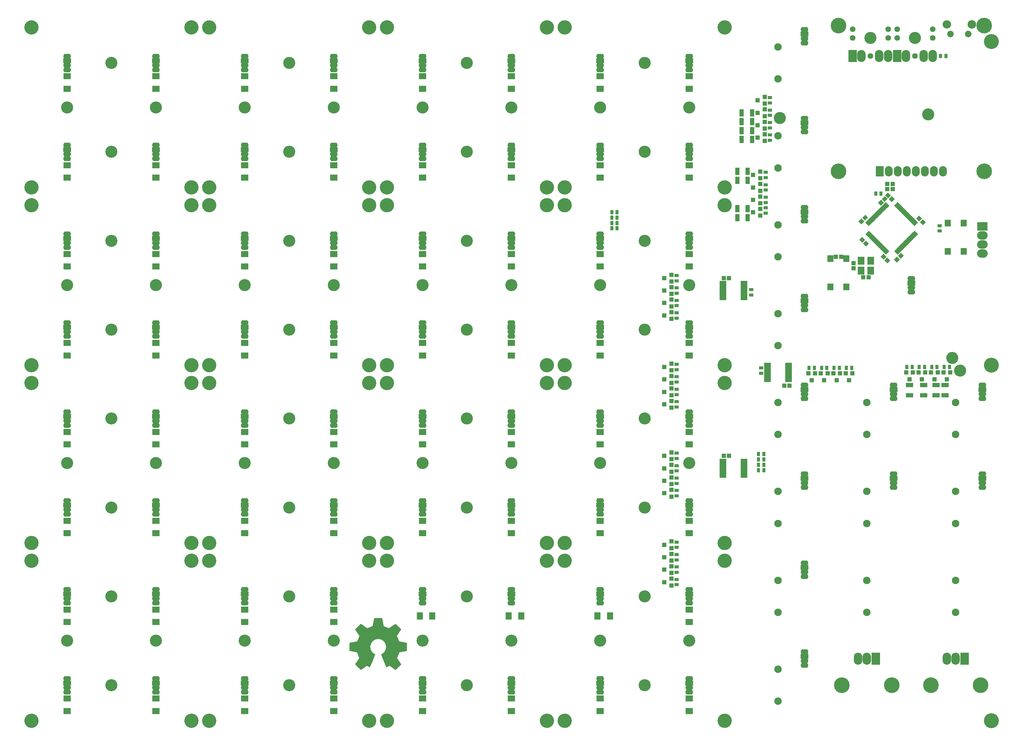
<source format=gbs>
G04 #@! TF.FileFunction,Soldermask,Bot*
%FSLAX46Y46*%
G04 Gerber Fmt 4.6, Leading zero omitted, Abs format (unit mm)*
G04 Created by KiCad (PCBNEW 4.0.7) date 01/20/18 20:27:55*
%MOMM*%
%LPD*%
G01*
G04 APERTURE LIST*
%ADD10C,0.100000*%
%ADD11C,2.000000*%
%ADD12C,0.010000*%
%ADD13O,2.200000X1.430000*%
%ADD14R,2.200000X1.430000*%
%ADD15O,2.400000X3.400000*%
%ADD16C,1.600000*%
%ADD17R,2.400000X3.400000*%
%ADD18O,3.400000X3.400000*%
%ADD19C,4.200000*%
%ADD20C,2.600000*%
%ADD21C,3.400000*%
%ADD22C,2.100000*%
%ADD23R,1.700000X1.950000*%
%ADD24C,4.400000*%
%ADD25R,2.100000X1.700000*%
%ADD26R,1.700000X2.100000*%
%ADD27R,0.900000X1.300000*%
%ADD28R,1.300000X0.900000*%
%ADD29R,1.150000X1.200000*%
%ADD30R,1.200000X1.150000*%
%ADD31R,1.300000X1.200000*%
%ADD32R,1.200000X1.300000*%
%ADD33R,1.300000X2.100000*%
%ADD34R,2.100000X1.300000*%
%ADD35O,2.200000X2.900000*%
%ADD36R,2.200000X2.900000*%
%ADD37R,1.900000X0.850000*%
%ADD38R,1.940000X2.200000*%
%ADD39R,3.000000X2.400000*%
%ADD40O,3.000000X2.400000*%
%ADD41C,1.850000*%
%ADD42O,2.400000X2.400000*%
%ADD43O,2.400000X2.300000*%
G04 APERTURE END LIST*
D10*
D11*
X158700000Y-214200000D02*
G75*
G03X158700000Y-214200000I-100000J0D01*
G01*
X161000000Y-209500000D02*
G75*
G03X161000000Y-209500000I-100000J0D01*
G01*
X165600000Y-208200000D02*
G75*
G03X165600000Y-208200000I-100000J0D01*
G01*
X165600000Y-207300000D02*
G75*
G03X165600000Y-207300000I-100000J0D01*
G01*
X170400000Y-209500000D02*
G75*
G03X170400000Y-209500000I-100000J0D01*
G01*
X172500000Y-214200000D02*
G75*
G03X172500000Y-214200000I-100000J0D01*
G01*
X170400000Y-219000000D02*
G75*
G03X170400000Y-219000000I-100000J0D01*
G01*
D12*
G36*
X164408931Y-206173250D02*
X164403664Y-206178428D01*
X164398556Y-206185518D01*
X164393315Y-206195916D01*
X164387647Y-206211016D01*
X164381260Y-206232213D01*
X164373861Y-206260902D01*
X164365157Y-206298477D01*
X164354856Y-206346334D01*
X164342663Y-206405868D01*
X164328287Y-206478474D01*
X164311435Y-206565545D01*
X164291813Y-206668478D01*
X164269129Y-206788667D01*
X164243091Y-206927508D01*
X164213404Y-207086394D01*
X164183113Y-207248823D01*
X164149418Y-207429362D01*
X164119598Y-207588557D01*
X164093373Y-207727774D01*
X164070460Y-207848384D01*
X164050579Y-207951754D01*
X164033448Y-208039254D01*
X164018785Y-208112250D01*
X164006309Y-208172113D01*
X163995739Y-208220210D01*
X163986793Y-208257911D01*
X163979190Y-208286583D01*
X163972648Y-208307595D01*
X163966887Y-208322316D01*
X163961623Y-208332115D01*
X163959824Y-208334665D01*
X163952078Y-208342890D01*
X163939862Y-208352225D01*
X163921631Y-208363355D01*
X163895841Y-208376964D01*
X163860949Y-208393735D01*
X163815412Y-208414355D01*
X163757685Y-208439507D01*
X163686224Y-208469877D01*
X163599486Y-208506148D01*
X163495928Y-208549004D01*
X163374005Y-208599132D01*
X163235384Y-208655901D01*
X163114248Y-208705409D01*
X162998646Y-208752581D01*
X162890479Y-208796649D01*
X162791649Y-208836839D01*
X162704057Y-208872381D01*
X162629604Y-208902504D01*
X162570191Y-208926437D01*
X162527721Y-208943408D01*
X162504094Y-208952645D01*
X162500778Y-208953858D01*
X162461714Y-208960953D01*
X162424246Y-208959561D01*
X162407320Y-208951548D01*
X162371973Y-208930554D01*
X162318669Y-208896886D01*
X162247871Y-208850851D01*
X162160040Y-208792757D01*
X162055640Y-208722912D01*
X161935134Y-208641623D01*
X161798983Y-208549199D01*
X161647652Y-208445947D01*
X161510776Y-208352194D01*
X161359525Y-208248495D01*
X161226105Y-208157182D01*
X161109361Y-208077497D01*
X161008140Y-208008685D01*
X160921284Y-207949989D01*
X160847641Y-207900652D01*
X160786055Y-207859917D01*
X160735370Y-207827029D01*
X160694433Y-207801231D01*
X160662087Y-207781766D01*
X160637179Y-207767877D01*
X160618553Y-207758809D01*
X160605054Y-207753805D01*
X160595527Y-207752108D01*
X160594612Y-207752091D01*
X160586856Y-207752702D01*
X160578084Y-207755198D01*
X160567242Y-207760573D01*
X160553281Y-207769820D01*
X160535148Y-207783933D01*
X160511793Y-207803906D01*
X160482163Y-207830732D01*
X160445208Y-207865406D01*
X160399876Y-207908921D01*
X160345115Y-207962270D01*
X160279874Y-208026448D01*
X160203102Y-208102448D01*
X160113747Y-208191264D01*
X160010758Y-208293890D01*
X159893083Y-208411319D01*
X159821955Y-208482341D01*
X159713604Y-208590715D01*
X159609716Y-208694958D01*
X159511488Y-208793849D01*
X159420118Y-208886166D01*
X159336803Y-208970690D01*
X159262740Y-209046200D01*
X159199127Y-209111474D01*
X159147162Y-209165293D01*
X159108041Y-209206436D01*
X159082963Y-209233682D01*
X159073235Y-209245584D01*
X159062132Y-209281167D01*
X159062951Y-209307240D01*
X159070436Y-209320848D01*
X159090079Y-209352052D01*
X159120931Y-209399440D01*
X159162044Y-209461599D01*
X159212467Y-209537115D01*
X159271251Y-209624577D01*
X159337446Y-209722570D01*
X159410104Y-209829682D01*
X159488275Y-209944501D01*
X159571009Y-210065612D01*
X159648776Y-210179101D01*
X159735060Y-210305080D01*
X159817790Y-210426343D01*
X159895997Y-210541445D01*
X159968716Y-210648940D01*
X160034976Y-210747382D01*
X160093812Y-210835325D01*
X160144255Y-210911323D01*
X160185338Y-210973930D01*
X160216092Y-211021700D01*
X160235550Y-211053188D01*
X160242564Y-211066291D01*
X160251299Y-211100530D01*
X160249704Y-211131816D01*
X160242156Y-211160119D01*
X160233644Y-211183353D01*
X160217143Y-211224685D01*
X160193571Y-211281988D01*
X160163848Y-211353134D01*
X160128892Y-211435997D01*
X160089625Y-211528451D01*
X160046964Y-211628369D01*
X160001830Y-211733625D01*
X159955142Y-211842091D01*
X159907819Y-211951641D01*
X159860781Y-212060149D01*
X159814947Y-212165487D01*
X159771237Y-212265530D01*
X159730571Y-212358151D01*
X159693867Y-212441223D01*
X159662045Y-212512619D01*
X159636024Y-212570213D01*
X159616725Y-212611878D01*
X159605066Y-212635488D01*
X159602375Y-212639873D01*
X159576928Y-212661730D01*
X159553134Y-212676722D01*
X159537518Y-212681105D01*
X159500881Y-212689337D01*
X159444908Y-212701087D01*
X159371289Y-212716025D01*
X159281710Y-212733820D01*
X159177858Y-212754141D01*
X159061422Y-212776659D01*
X158934088Y-212801042D01*
X158797544Y-212826960D01*
X158653478Y-212854083D01*
X158525903Y-212877924D01*
X158364092Y-212908203D01*
X158211875Y-212936968D01*
X158070639Y-212963942D01*
X157941773Y-212988852D01*
X157826665Y-213011420D01*
X157726704Y-213031372D01*
X157643277Y-213048432D01*
X157577774Y-213062324D01*
X157531581Y-213072773D01*
X157506088Y-213079502D01*
X157501713Y-213081261D01*
X157476910Y-213105521D01*
X157463848Y-213127855D01*
X157461832Y-213144589D01*
X157460015Y-213182310D01*
X157458397Y-213238992D01*
X157456975Y-213312611D01*
X157455749Y-213401143D01*
X157454718Y-213502564D01*
X157453879Y-213614848D01*
X157453233Y-213735973D01*
X157452776Y-213863912D01*
X157452509Y-213996642D01*
X157452430Y-214132138D01*
X157452538Y-214268376D01*
X157452831Y-214403332D01*
X157453308Y-214534980D01*
X157453968Y-214661297D01*
X157454809Y-214780258D01*
X157455831Y-214889839D01*
X157457031Y-214988015D01*
X157458409Y-215072762D01*
X157459964Y-215142055D01*
X157461693Y-215193870D01*
X157463597Y-215226183D01*
X157465185Y-215236511D01*
X157468269Y-215244457D01*
X157470602Y-215251462D01*
X157473433Y-215257804D01*
X157478012Y-215263758D01*
X157485590Y-215269604D01*
X157497416Y-215275616D01*
X157514741Y-215282074D01*
X157538816Y-215289255D01*
X157570890Y-215297435D01*
X157612213Y-215306891D01*
X157664035Y-215317902D01*
X157727608Y-215330744D01*
X157804180Y-215345695D01*
X157895002Y-215363031D01*
X158001325Y-215383030D01*
X158124398Y-215405970D01*
X158265472Y-215432128D01*
X158425797Y-215461780D01*
X158606622Y-215495204D01*
X158757454Y-215523101D01*
X158881304Y-215546095D01*
X158999147Y-215568121D01*
X159108892Y-215588779D01*
X159208445Y-215607667D01*
X159295716Y-215624385D01*
X159368611Y-215638533D01*
X159425039Y-215649708D01*
X159462907Y-215657512D01*
X159480027Y-215661512D01*
X159512895Y-215678180D01*
X159543606Y-215703037D01*
X159544785Y-215704289D01*
X159553165Y-215719320D01*
X159569144Y-215753730D01*
X159591882Y-215805442D01*
X159620538Y-215872381D01*
X159654274Y-215952469D01*
X159692251Y-216043630D01*
X159733628Y-216143787D01*
X159777566Y-216250862D01*
X159823227Y-216362780D01*
X159869770Y-216477464D01*
X159916356Y-216592837D01*
X159962146Y-216706821D01*
X160006301Y-216817341D01*
X160047980Y-216922319D01*
X160086344Y-217019680D01*
X160120555Y-217107345D01*
X160149773Y-217183238D01*
X160173157Y-217245284D01*
X160189870Y-217291404D01*
X160199070Y-217319522D01*
X160200636Y-217326890D01*
X160196292Y-217351219D01*
X160185766Y-217382548D01*
X160185058Y-217384257D01*
X160176214Y-217399377D01*
X160155272Y-217432009D01*
X160123244Y-217480655D01*
X160081139Y-217543817D01*
X160029969Y-217619997D01*
X159970742Y-217707696D01*
X159904471Y-217805417D01*
X159832165Y-217911662D01*
X159754834Y-218024931D01*
X159673489Y-218143728D01*
X159635654Y-218198867D01*
X159552679Y-218319778D01*
X159473094Y-218435876D01*
X159397927Y-218545657D01*
X159328204Y-218647615D01*
X159264951Y-218740246D01*
X159209194Y-218822045D01*
X159161960Y-218891506D01*
X159124275Y-218947126D01*
X159097165Y-218987400D01*
X159081656Y-219010822D01*
X159078754Y-219015432D01*
X159061926Y-219059264D01*
X159062804Y-219086971D01*
X159072047Y-219100372D01*
X159096386Y-219128491D01*
X159134400Y-219169908D01*
X159184672Y-219223205D01*
X159245782Y-219286963D01*
X159316311Y-219359763D01*
X159394841Y-219440186D01*
X159479952Y-219526813D01*
X159570226Y-219618225D01*
X159664244Y-219713003D01*
X159760586Y-219809729D01*
X159857835Y-219906983D01*
X159954571Y-220003346D01*
X160049375Y-220097400D01*
X160140829Y-220187726D01*
X160227513Y-220272904D01*
X160308009Y-220351516D01*
X160380897Y-220422143D01*
X160444759Y-220483365D01*
X160498176Y-220533764D01*
X160539730Y-220571922D01*
X160568000Y-220596418D01*
X160581569Y-220605835D01*
X160581636Y-220605851D01*
X160614239Y-220605801D01*
X160640433Y-220598493D01*
X160654436Y-220589948D01*
X160685962Y-220569309D01*
X160733523Y-220537586D01*
X160795629Y-220495789D01*
X160870791Y-220444928D01*
X160957521Y-220386015D01*
X161054330Y-220320058D01*
X161159729Y-220248069D01*
X161272229Y-220171058D01*
X161390341Y-220090035D01*
X161439817Y-220056046D01*
X161559862Y-219973607D01*
X161674944Y-219894702D01*
X161783567Y-219820347D01*
X161884238Y-219751560D01*
X161975462Y-219689357D01*
X162055744Y-219634757D01*
X162123592Y-219588776D01*
X162177509Y-219552431D01*
X162216003Y-219526739D01*
X162237578Y-219512718D01*
X162241157Y-219510594D01*
X162276735Y-219498124D01*
X162307684Y-219493889D01*
X162329187Y-219499649D01*
X162370302Y-219516868D01*
X162430693Y-219545380D01*
X162510018Y-219585021D01*
X162607940Y-219635626D01*
X162711094Y-219690091D01*
X162801705Y-219737872D01*
X162884922Y-219780887D01*
X162958507Y-219818038D01*
X163020224Y-219848225D01*
X163067837Y-219870350D01*
X163099111Y-219883314D01*
X163110507Y-219886363D01*
X163140327Y-219879031D01*
X163158365Y-219866159D01*
X163165543Y-219852285D01*
X163180844Y-219818455D01*
X163203700Y-219766047D01*
X163233543Y-219696441D01*
X163269804Y-219611017D01*
X163311915Y-219511155D01*
X163359307Y-219398233D01*
X163411413Y-219273631D01*
X163467665Y-219138729D01*
X163527493Y-218994907D01*
X163590329Y-218843544D01*
X163655606Y-218686020D01*
X163722755Y-218523713D01*
X163791208Y-218358004D01*
X163860396Y-218190273D01*
X163929751Y-218021898D01*
X163998706Y-217854259D01*
X164066690Y-217688737D01*
X164133137Y-217526710D01*
X164197478Y-217369557D01*
X164259145Y-217218660D01*
X164317569Y-217075396D01*
X164372183Y-216941146D01*
X164422417Y-216817289D01*
X164467704Y-216705205D01*
X164507475Y-216606273D01*
X164541163Y-216521873D01*
X164568198Y-216453385D01*
X164588012Y-216402187D01*
X164600038Y-216369660D01*
X164603734Y-216357419D01*
X164602394Y-216335208D01*
X164595907Y-216316312D01*
X164581263Y-216297731D01*
X164555453Y-216276465D01*
X164515470Y-216249512D01*
X164462165Y-216216245D01*
X164411573Y-216184435D01*
X164363371Y-216152867D01*
X164323948Y-216125791D01*
X164304402Y-216111319D01*
X164276924Y-216090167D01*
X164236368Y-216059626D01*
X164188333Y-216023889D01*
X164141377Y-215989310D01*
X163973072Y-215851802D01*
X163818866Y-215696396D01*
X163679552Y-215524067D01*
X163555925Y-215335792D01*
X163455589Y-215146954D01*
X163370066Y-214941383D01*
X163306293Y-214730639D01*
X163264009Y-214516368D01*
X163242951Y-214300215D01*
X163242858Y-214083826D01*
X163263467Y-213868845D01*
X163304517Y-213656918D01*
X163365745Y-213449689D01*
X163391184Y-213386712D01*
X159196181Y-213386712D01*
X159196181Y-215000999D01*
X159131459Y-215014435D01*
X159074471Y-215025209D01*
X159018089Y-215033330D01*
X158958081Y-215039053D01*
X158890211Y-215042637D01*
X158810248Y-215044338D01*
X158713957Y-215044413D01*
X158647772Y-215043799D01*
X158558073Y-215042474D01*
X158487514Y-215040693D01*
X158432144Y-215038146D01*
X158388014Y-215034524D01*
X158351172Y-215029519D01*
X158317669Y-215022823D01*
X158289863Y-215015839D01*
X158175223Y-214976288D01*
X158077369Y-214924075D01*
X157997441Y-214860077D01*
X157936579Y-214785171D01*
X157902110Y-214717285D01*
X157884268Y-214651404D01*
X157875093Y-214573063D01*
X157874604Y-214490575D01*
X157882819Y-214412254D01*
X157899757Y-214346413D01*
X157901263Y-214342504D01*
X157941175Y-214270854D01*
X157999003Y-214207430D01*
X158069759Y-214157548D01*
X158079822Y-214152247D01*
X158136380Y-214123586D01*
X158090798Y-214090066D01*
X158030195Y-214032137D01*
X157986929Y-213962651D01*
X157960817Y-213885087D01*
X157951676Y-213802928D01*
X157959321Y-213719654D01*
X157983570Y-213638747D01*
X158024238Y-213563688D01*
X158081141Y-213497958D01*
X158123838Y-213463868D01*
X158196411Y-213421758D01*
X158279153Y-213389078D01*
X158374383Y-213365400D01*
X158484418Y-213350294D01*
X158611579Y-213343331D01*
X158758183Y-213344081D01*
X158769000Y-213344404D01*
X158904580Y-213350207D01*
X159017562Y-213358441D01*
X159108314Y-213369139D01*
X159170204Y-213380646D01*
X159196181Y-213386712D01*
X163391184Y-213386712D01*
X163446891Y-213248805D01*
X163547690Y-213055909D01*
X163667883Y-212872649D01*
X163807206Y-212700667D01*
X163853036Y-212651160D01*
X164019079Y-212491750D01*
X164192966Y-212353609D01*
X164376302Y-212235771D01*
X164570693Y-212137271D01*
X164777744Y-212057147D01*
X164907365Y-212017861D01*
X165106241Y-211974306D01*
X165314109Y-211949478D01*
X165526416Y-211943403D01*
X165738611Y-211956108D01*
X165946142Y-211987618D01*
X166050487Y-212011387D01*
X166264708Y-212077924D01*
X166470154Y-212165285D01*
X166665426Y-212272414D01*
X166849125Y-212398254D01*
X167019852Y-212541749D01*
X167176209Y-212701842D01*
X167316796Y-212877477D01*
X167433356Y-213055863D01*
X167536307Y-213253119D01*
X167618213Y-213458086D01*
X167679098Y-213669021D01*
X167718981Y-213884176D01*
X167737886Y-214101808D01*
X167735834Y-214320172D01*
X167712846Y-214537521D01*
X167668944Y-214752112D01*
X167604150Y-214962199D01*
X167518485Y-215166036D01*
X167411972Y-215361880D01*
X167404561Y-215373915D01*
X167325119Y-215491373D01*
X167232470Y-215610408D01*
X167131065Y-215726160D01*
X167025354Y-215833768D01*
X166919787Y-215928371D01*
X166840733Y-215989772D01*
X166793660Y-216023839D01*
X166747831Y-216057479D01*
X166710246Y-216085532D01*
X166696501Y-216096032D01*
X166668179Y-216116555D01*
X166625842Y-216145475D01*
X166575103Y-216179030D01*
X166521575Y-216213454D01*
X166518914Y-216215138D01*
X166460821Y-216252871D01*
X166420241Y-216282568D01*
X166394535Y-216307468D01*
X166381066Y-216330808D01*
X166377194Y-216355827D01*
X166380212Y-216385352D01*
X166385440Y-216400978D01*
X166398954Y-216436336D01*
X166420182Y-216490052D01*
X166448554Y-216560753D01*
X166483500Y-216647065D01*
X166524447Y-216747615D01*
X166570827Y-216861031D01*
X166622067Y-216985938D01*
X166677598Y-217120963D01*
X166736847Y-217264734D01*
X166799246Y-217415877D01*
X166864222Y-217573018D01*
X166931205Y-217734784D01*
X166999624Y-217899803D01*
X167068909Y-218066700D01*
X167138489Y-218234103D01*
X167207793Y-218400638D01*
X167276250Y-218564932D01*
X167343289Y-218725612D01*
X167408341Y-218881304D01*
X167470833Y-219030636D01*
X167530195Y-219172233D01*
X167585857Y-219304722D01*
X167637247Y-219426731D01*
X167683796Y-219536886D01*
X167724931Y-219633814D01*
X167760083Y-219716142D01*
X167788680Y-219782495D01*
X167810153Y-219831501D01*
X167823929Y-219861787D01*
X167829309Y-219871932D01*
X167856134Y-219883752D01*
X167874775Y-219886363D01*
X167890845Y-219881057D01*
X167924723Y-219865964D01*
X167973928Y-219842320D01*
X168035980Y-219811362D01*
X168108395Y-219774327D01*
X168188695Y-219732451D01*
X168268565Y-219690091D01*
X168370751Y-219635662D01*
X168454852Y-219591503D01*
X168523027Y-219556769D01*
X168577431Y-219530617D01*
X168620223Y-219512205D01*
X168653558Y-219500687D01*
X168679594Y-219495222D01*
X168700489Y-219494965D01*
X168718398Y-219499074D01*
X168735480Y-219506704D01*
X168736372Y-219507174D01*
X168749592Y-219515642D01*
X168780377Y-219536199D01*
X168827269Y-219567849D01*
X168888808Y-219609597D01*
X168963532Y-219660448D01*
X169049983Y-219719407D01*
X169146701Y-219785479D01*
X169252224Y-219857667D01*
X169365094Y-219934978D01*
X169483851Y-220016415D01*
X169549329Y-220061356D01*
X169690636Y-220158331D01*
X169814214Y-220243021D01*
X169921343Y-220316253D01*
X170013302Y-220378852D01*
X170091370Y-220431646D01*
X170156825Y-220475461D01*
X170210946Y-220511124D01*
X170255013Y-220539461D01*
X170290304Y-220561299D01*
X170318098Y-220577464D01*
X170339675Y-220588783D01*
X170356313Y-220596082D01*
X170369291Y-220600188D01*
X170379888Y-220601928D01*
X170386160Y-220602182D01*
X170435252Y-220602182D01*
X171160725Y-219877704D01*
X171268611Y-219769803D01*
X171306169Y-219732125D01*
X170937909Y-219732125D01*
X170927865Y-219742891D01*
X170901126Y-219758865D01*
X170862783Y-219777597D01*
X170817923Y-219796637D01*
X170771637Y-219813534D01*
X170762990Y-219816335D01*
X170681363Y-219836390D01*
X170583897Y-219851119D01*
X170477296Y-219860197D01*
X170368262Y-219863302D01*
X170263499Y-219860111D01*
X170169711Y-219850301D01*
X170145174Y-219846106D01*
X170036841Y-219816341D01*
X169941773Y-219771365D01*
X169861938Y-219712606D01*
X169799304Y-219641491D01*
X169758177Y-219565419D01*
X169746297Y-219532270D01*
X169738514Y-219499387D01*
X169734012Y-219460507D01*
X169731976Y-219409366D01*
X169731579Y-219361045D01*
X169731852Y-219301124D01*
X169733547Y-219258045D01*
X169737718Y-219225560D01*
X169745420Y-219197423D01*
X169757707Y-219167389D01*
X169767997Y-219145269D01*
X169799098Y-219089499D01*
X169837907Y-219039491D01*
X169886819Y-218993605D01*
X169948229Y-218950198D01*
X170024532Y-218907630D01*
X170118122Y-218864261D01*
X170231395Y-218818449D01*
X170261819Y-218806892D01*
X170349745Y-218771696D01*
X170417052Y-218739277D01*
X170465756Y-218707833D01*
X170497871Y-218675558D01*
X170515409Y-218640648D01*
X170520387Y-218601299D01*
X170518482Y-218576980D01*
X170504629Y-218531759D01*
X170475790Y-218497690D01*
X170430526Y-218474169D01*
X170367396Y-218460594D01*
X170284960Y-218456360D01*
X170233636Y-218457665D01*
X170166103Y-218462255D01*
X170112913Y-218470003D01*
X170065374Y-218482501D01*
X170031591Y-218494619D01*
X169983427Y-218513258D01*
X169949406Y-218523617D01*
X169925424Y-218523391D01*
X169907376Y-218510273D01*
X169891158Y-218481955D01*
X169872666Y-218436131D01*
X169857912Y-218397000D01*
X169838518Y-218344862D01*
X169822498Y-218300141D01*
X169811478Y-218267491D01*
X169807083Y-218251569D01*
X169807069Y-218251372D01*
X169816881Y-218239905D01*
X169843961Y-218223597D01*
X169883582Y-218204638D01*
X169931020Y-218185218D01*
X169981547Y-218167528D01*
X170000435Y-218161756D01*
X170086957Y-218142332D01*
X170185660Y-218129579D01*
X170286476Y-218124289D01*
X170379337Y-218127253D01*
X170404886Y-218129966D01*
X170522234Y-218151740D01*
X170622162Y-218185452D01*
X170707844Y-218232596D01*
X170782453Y-218294664D01*
X170804544Y-218317962D01*
X170849589Y-218376080D01*
X170880522Y-218436881D01*
X170899221Y-218505966D01*
X170907563Y-218588937D01*
X170908424Y-218627909D01*
X170908080Y-218685290D01*
X170905615Y-218726581D01*
X170899885Y-218758763D01*
X170889749Y-218788817D01*
X170877613Y-218816203D01*
X170844341Y-218875374D01*
X170801853Y-218928136D01*
X170747668Y-218976244D01*
X170679308Y-219021458D01*
X170594292Y-219065533D01*
X170490140Y-219110227D01*
X170429909Y-219133431D01*
X170335558Y-219170503D01*
X170261550Y-219204040D01*
X170205699Y-219235588D01*
X170165823Y-219266692D01*
X170139737Y-219298898D01*
X170125259Y-219333752D01*
X170121840Y-219351511D01*
X170124064Y-219411294D01*
X170147075Y-219461869D01*
X170189765Y-219501053D01*
X170201013Y-219507569D01*
X170223018Y-219518300D01*
X170245019Y-219525677D01*
X170271839Y-219530293D01*
X170308302Y-219532741D01*
X170359233Y-219533613D01*
X170412591Y-219533580D01*
X170478346Y-219533019D01*
X170527427Y-219531306D01*
X170566252Y-219527486D01*
X170601237Y-219520604D01*
X170638799Y-219509704D01*
X170685354Y-219493829D01*
X170689681Y-219492308D01*
X170739207Y-219474725D01*
X170781676Y-219459359D01*
X170811661Y-219448190D01*
X170822454Y-219443867D01*
X170831323Y-219444965D01*
X170841619Y-219457858D01*
X170854703Y-219485291D01*
X170871935Y-219530012D01*
X170888841Y-219577819D01*
X170907249Y-219631924D01*
X170922509Y-219678530D01*
X170933180Y-219713106D01*
X170937822Y-219731123D01*
X170937909Y-219732125D01*
X171306169Y-219732125D01*
X171372015Y-219666070D01*
X171469737Y-219567726D01*
X171560575Y-219475994D01*
X171643329Y-219392097D01*
X171716801Y-219317257D01*
X171779788Y-219252696D01*
X171831091Y-219199637D01*
X171869510Y-219159301D01*
X171893845Y-219132911D01*
X171902735Y-219122050D01*
X171915012Y-219089691D01*
X171919272Y-219063100D01*
X171912675Y-219048182D01*
X171893098Y-219014874D01*
X171860864Y-218963664D01*
X171816296Y-218895035D01*
X171759714Y-218809475D01*
X171691443Y-218707468D01*
X171611804Y-218589501D01*
X171521121Y-218456059D01*
X171419714Y-218307627D01*
X171357459Y-218216822D01*
X171258134Y-218072045D01*
X171171119Y-217945014D01*
X171095601Y-217834478D01*
X171030765Y-217739185D01*
X170975799Y-217657882D01*
X170929889Y-217589319D01*
X170892220Y-217532243D01*
X170861981Y-217485402D01*
X170838356Y-217447543D01*
X170820533Y-217417416D01*
X170807698Y-217393767D01*
X170799037Y-217375345D01*
X170793736Y-217360898D01*
X170790983Y-217349174D01*
X170790319Y-217344069D01*
X170789832Y-217332430D01*
X170790915Y-217318594D01*
X170794135Y-217301023D01*
X170800058Y-217278182D01*
X170809248Y-217248531D01*
X170822272Y-217210534D01*
X170839694Y-217162655D01*
X170862081Y-217103355D01*
X170889997Y-217031098D01*
X170924008Y-216944347D01*
X170964680Y-216841564D01*
X171012578Y-216721213D01*
X171068267Y-216581755D01*
X171099286Y-216504193D01*
X171160785Y-216350698D01*
X171214442Y-216217330D01*
X171260843Y-216102720D01*
X171300572Y-216005499D01*
X171334216Y-215924296D01*
X171362359Y-215857740D01*
X171385587Y-215804463D01*
X171404485Y-215763094D01*
X171419639Y-215732263D01*
X171431633Y-215710599D01*
X171441054Y-215696734D01*
X171446946Y-215690489D01*
X171452537Y-215685360D01*
X171456986Y-215680936D01*
X171461702Y-215676926D01*
X171468092Y-215673037D01*
X171477565Y-215668978D01*
X171491531Y-215664455D01*
X171511397Y-215659176D01*
X171538573Y-215652849D01*
X171574466Y-215645182D01*
X171620486Y-215635882D01*
X171678041Y-215624656D01*
X171748539Y-215611213D01*
X171833389Y-215595260D01*
X171934001Y-215576504D01*
X172051781Y-215554654D01*
X172188140Y-215529416D01*
X172344485Y-215500498D01*
X172508091Y-215470226D01*
X172650125Y-215443920D01*
X172785992Y-215418731D01*
X172913920Y-215394989D01*
X173032141Y-215373022D01*
X173138886Y-215353162D01*
X173232385Y-215335736D01*
X173310868Y-215321076D01*
X173372567Y-215309510D01*
X173415713Y-215301367D01*
X173438535Y-215296978D01*
X173441380Y-215296393D01*
X173468541Y-215283973D01*
X173496106Y-215262579D01*
X173496221Y-215262464D01*
X173524091Y-215234595D01*
X173524091Y-214578525D01*
X173117955Y-214578525D01*
X173117871Y-214688272D01*
X173117633Y-214785744D01*
X173117245Y-214869055D01*
X173116714Y-214936320D01*
X173116046Y-214985654D01*
X173115246Y-215015170D01*
X173114578Y-215023135D01*
X173106720Y-215028917D01*
X173086536Y-215032793D01*
X173051329Y-215034930D01*
X172998400Y-215035493D01*
X172926863Y-215034680D01*
X172744772Y-215031500D01*
X172741681Y-214751522D01*
X172738589Y-214471545D01*
X172608908Y-214471501D01*
X172467232Y-214465150D01*
X172336311Y-214446647D01*
X172218275Y-214416670D01*
X172115255Y-214375899D01*
X172029382Y-214325012D01*
X171964072Y-214266161D01*
X171913465Y-214192739D01*
X171876188Y-214105189D01*
X171854792Y-214009804D01*
X171852761Y-213991622D01*
X171848531Y-213865219D01*
X171861377Y-213754083D01*
X171891886Y-213657371D01*
X171940644Y-213574240D01*
X172008236Y-213503847D01*
X172095249Y-213445348D01*
X172202267Y-213397901D01*
X172282954Y-213372555D01*
X172314510Y-213364454D01*
X172344680Y-213358301D01*
X172377243Y-213353844D01*
X172415978Y-213350834D01*
X172464664Y-213349021D01*
X172527078Y-213348153D01*
X172606999Y-213347981D01*
X172652409Y-213348071D01*
X172769409Y-213349278D01*
X172868898Y-213352163D01*
X172949195Y-213356648D01*
X173008619Y-213362659D01*
X173021863Y-213364704D01*
X173114227Y-213380576D01*
X173117215Y-214194492D01*
X173117633Y-214329750D01*
X173117877Y-214458389D01*
X173117955Y-214578525D01*
X173524091Y-214578525D01*
X173524091Y-213123876D01*
X173495367Y-213095153D01*
X173477260Y-213080980D01*
X173451610Y-213069187D01*
X173413799Y-213058237D01*
X173359210Y-213046593D01*
X173336617Y-213042316D01*
X173197457Y-213016498D01*
X173038118Y-212986916D01*
X172861123Y-212954039D01*
X172668991Y-212918335D01*
X172464244Y-212880272D01*
X172249405Y-212840319D01*
X172026993Y-212798945D01*
X172018545Y-212797373D01*
X171906355Y-212776286D01*
X171800270Y-212755934D01*
X171702619Y-212736793D01*
X171615728Y-212719339D01*
X171541924Y-212704047D01*
X171483536Y-212691391D01*
X171442889Y-212681848D01*
X171422312Y-212675893D01*
X171421177Y-212675378D01*
X171391365Y-212654177D01*
X171370663Y-212631360D01*
X171363202Y-212616375D01*
X171347462Y-212581960D01*
X171324231Y-212529921D01*
X171294300Y-212462062D01*
X171258457Y-212380190D01*
X171217491Y-212286110D01*
X171172191Y-212181628D01*
X171123347Y-212068549D01*
X171071748Y-211948679D01*
X171041515Y-211878260D01*
X170976246Y-211725745D01*
X170919842Y-211593156D01*
X170871822Y-211479302D01*
X170831705Y-211382993D01*
X170799013Y-211303039D01*
X170773265Y-211238248D01*
X170753982Y-211187432D01*
X170740682Y-211149398D01*
X170732887Y-211122958D01*
X170730116Y-211106920D01*
X170730096Y-211105922D01*
X170729707Y-211098178D01*
X170729042Y-211091800D01*
X170728854Y-211085633D01*
X170729894Y-211078523D01*
X170732915Y-211069315D01*
X170738669Y-211056854D01*
X170747908Y-211039985D01*
X170761384Y-211017554D01*
X170779849Y-210988407D01*
X170804056Y-210951388D01*
X170834755Y-210905343D01*
X170872701Y-210849117D01*
X170918643Y-210781556D01*
X170973335Y-210701504D01*
X171037529Y-210607808D01*
X171111977Y-210499312D01*
X171197430Y-210374862D01*
X171294642Y-210233303D01*
X171369218Y-210124682D01*
X171451686Y-210004388D01*
X171530505Y-209889104D01*
X171604676Y-209780312D01*
X171673194Y-209679499D01*
X171735059Y-209588147D01*
X171789268Y-209507740D01*
X171834819Y-209439764D01*
X171870710Y-209385702D01*
X171895940Y-209347038D01*
X171909507Y-209325256D01*
X171911515Y-209321422D01*
X171917606Y-209288135D01*
X171915634Y-209263695D01*
X171906426Y-209251201D01*
X171881779Y-209223478D01*
X171842674Y-209181534D01*
X171790092Y-209126376D01*
X171725013Y-209059011D01*
X171648419Y-208980447D01*
X171561290Y-208891690D01*
X171464606Y-208793748D01*
X171359349Y-208687628D01*
X171347495Y-208675727D01*
X170845545Y-208675727D01*
X170845545Y-209505075D01*
X170845437Y-209641417D01*
X170845124Y-209770991D01*
X170844623Y-209891951D01*
X170843953Y-210002449D01*
X170843131Y-210100639D01*
X170842174Y-210184673D01*
X170841101Y-210252704D01*
X170839928Y-210302884D01*
X170838673Y-210333368D01*
X170837573Y-210342396D01*
X170823873Y-210344908D01*
X170791170Y-210346697D01*
X170743542Y-210347664D01*
X170685070Y-210347706D01*
X170644186Y-210347207D01*
X170458772Y-210344045D01*
X170452656Y-209657091D01*
X169794257Y-209657091D01*
X169797186Y-209512299D01*
X161412909Y-209512299D01*
X161412909Y-210324224D01*
X161386931Y-210330389D01*
X161359793Y-210335202D01*
X161315853Y-210341264D01*
X161261320Y-210347876D01*
X161202401Y-210354338D01*
X161145303Y-210359951D01*
X161096234Y-210364017D01*
X161078091Y-210365173D01*
X161004176Y-210368757D01*
X160944895Y-210370271D01*
X160891875Y-210369614D01*
X160836742Y-210366684D01*
X160771759Y-210361434D01*
X160612870Y-210338734D01*
X160470535Y-210300286D01*
X160344889Y-210246178D01*
X160236065Y-210176498D01*
X160144197Y-210091335D01*
X160069418Y-209990778D01*
X160011863Y-209874914D01*
X160003933Y-209854061D01*
X159971025Y-209737110D01*
X159952541Y-209610136D01*
X159948320Y-209478727D01*
X159958199Y-209348471D01*
X159982019Y-209224954D01*
X160019617Y-209113766D01*
X160025692Y-209100109D01*
X160087292Y-208991138D01*
X160165054Y-208897744D01*
X160259465Y-208819570D01*
X160371014Y-208756256D01*
X160500189Y-208707443D01*
X160593066Y-208683489D01*
X160636390Y-208674870D01*
X160678683Y-208668577D01*
X160724697Y-208664290D01*
X160779189Y-208661693D01*
X160846912Y-208660467D01*
X160932621Y-208660293D01*
X160939545Y-208660313D01*
X161050290Y-208661936D01*
X161152483Y-208665947D01*
X161242844Y-208672099D01*
X161318096Y-208680144D01*
X161374960Y-208689838D01*
X161392704Y-208694381D01*
X161396606Y-208696588D01*
X161399972Y-208701789D01*
X161402842Y-208711576D01*
X161405255Y-208727541D01*
X161407250Y-208751276D01*
X161408868Y-208784373D01*
X161410146Y-208828424D01*
X161411124Y-208885022D01*
X161411843Y-208955757D01*
X161412340Y-209042223D01*
X161412656Y-209146011D01*
X161412829Y-209268713D01*
X161412900Y-209411921D01*
X161412909Y-209512299D01*
X169797186Y-209512299D01*
X169800681Y-209339591D01*
X170126841Y-209336524D01*
X170453000Y-209333458D01*
X170453000Y-208999000D01*
X169714091Y-208999000D01*
X169714091Y-208675727D01*
X170845545Y-208675727D01*
X171347495Y-208675727D01*
X171246500Y-208574337D01*
X171164753Y-208492546D01*
X170421035Y-207749410D01*
X170376404Y-207754115D01*
X170365504Y-207756995D01*
X170348906Y-207764342D01*
X170325505Y-207776887D01*
X170294193Y-207795358D01*
X170253865Y-207820482D01*
X170203413Y-207852989D01*
X170141732Y-207893607D01*
X170067715Y-207943064D01*
X169980255Y-208002089D01*
X169878247Y-208071410D01*
X169760583Y-208151755D01*
X169626158Y-208243854D01*
X169477409Y-208345998D01*
X169350777Y-208432919D01*
X169228997Y-208516299D01*
X169113488Y-208595176D01*
X169005672Y-208668591D01*
X168906970Y-208735583D01*
X168818801Y-208795190D01*
X168742588Y-208846453D01*
X168679751Y-208888411D01*
X168631710Y-208920103D01*
X168599886Y-208940569D01*
X168585893Y-208948770D01*
X168552814Y-208959657D01*
X168524376Y-208964359D01*
X168523760Y-208964363D01*
X168510038Y-208960130D01*
X168477118Y-208948011D01*
X168427167Y-208928881D01*
X168362353Y-208903613D01*
X168284842Y-208873081D01*
X168196802Y-208838159D01*
X168100400Y-208799720D01*
X167997803Y-208758638D01*
X167891178Y-208715786D01*
X167782693Y-208672038D01*
X167674515Y-208628268D01*
X167568812Y-208585349D01*
X167467749Y-208544155D01*
X167373495Y-208505559D01*
X167288217Y-208470436D01*
X167214082Y-208439659D01*
X167153257Y-208414101D01*
X167107910Y-208394636D01*
X167084833Y-208384318D01*
X167049253Y-208362059D01*
X167019800Y-208334015D01*
X167013540Y-208325309D01*
X167007993Y-208308423D01*
X167007466Y-208306272D01*
X166448460Y-208306272D01*
X166263086Y-208306272D01*
X166193910Y-208306173D01*
X166144401Y-208305564D01*
X166111135Y-208303980D01*
X166090690Y-208300953D01*
X166079642Y-208296017D01*
X166074566Y-208288706D01*
X166072395Y-208280295D01*
X166070475Y-208261252D01*
X166068168Y-208222994D01*
X166065650Y-208169393D01*
X166063100Y-208104319D01*
X166060693Y-208031641D01*
X166060110Y-208011863D01*
X166056210Y-207892427D01*
X166051352Y-207769599D01*
X166045777Y-207648189D01*
X166039732Y-207533002D01*
X166033459Y-207428848D01*
X166027204Y-207340533D01*
X166024115Y-207303312D01*
X166016571Y-207218215D01*
X165829259Y-207655448D01*
X165641946Y-208092682D01*
X165377302Y-208099150D01*
X165187537Y-207657188D01*
X164997772Y-207215227D01*
X164990332Y-207320903D01*
X164985950Y-207388160D01*
X164980924Y-207473682D01*
X164975498Y-207572663D01*
X164969914Y-207680295D01*
X164964415Y-207791769D01*
X164959243Y-207902278D01*
X164954642Y-208007015D01*
X164950854Y-208101171D01*
X164950630Y-208107113D01*
X164943173Y-208306272D01*
X164572813Y-208306272D01*
X164580581Y-208130204D01*
X164586290Y-208012826D01*
X164593424Y-207885585D01*
X164601749Y-207751449D01*
X164611030Y-207613386D01*
X164621032Y-207474363D01*
X164631519Y-207337347D01*
X164642259Y-207205306D01*
X164653015Y-207081207D01*
X164663553Y-206968017D01*
X164673638Y-206868705D01*
X164683035Y-206786237D01*
X164691510Y-206723580D01*
X164692258Y-206718772D01*
X164698076Y-206680655D01*
X164702075Y-206652080D01*
X164703276Y-206640841D01*
X164714185Y-206637819D01*
X164744179Y-206635257D01*
X164789253Y-206633355D01*
X164845403Y-206632315D01*
X164875558Y-206632182D01*
X165047753Y-206632182D01*
X165075124Y-206681250D01*
X165097885Y-206724399D01*
X165128090Y-206785183D01*
X165164079Y-206860018D01*
X165204188Y-206945320D01*
X165246755Y-207037505D01*
X165290119Y-207132989D01*
X165332618Y-207228188D01*
X165372588Y-207319518D01*
X165391029Y-207362432D01*
X165420666Y-207431269D01*
X165447484Y-207492373D01*
X165470122Y-207542743D01*
X165487221Y-207579376D01*
X165497420Y-207599268D01*
X165499533Y-207602000D01*
X165505687Y-207591868D01*
X165519477Y-207563470D01*
X165539539Y-207519806D01*
X165564506Y-207463874D01*
X165593012Y-207398673D01*
X165608639Y-207362432D01*
X165651373Y-207263882D01*
X165695604Y-207163721D01*
X165739929Y-207064982D01*
X165782947Y-206970700D01*
X165823255Y-206883909D01*
X165859448Y-206807641D01*
X165890126Y-206744931D01*
X165913884Y-206698814D01*
X165923206Y-206682111D01*
X165952803Y-206631608D01*
X166133378Y-206634781D01*
X166313954Y-206637954D01*
X166333646Y-206793818D01*
X166344289Y-206885443D01*
X166355611Y-206996308D01*
X166367292Y-207122585D01*
X166379018Y-207260443D01*
X166390469Y-207406054D01*
X166401330Y-207555588D01*
X166411283Y-207705216D01*
X166417310Y-207804045D01*
X166422472Y-207891555D01*
X166427596Y-207977371D01*
X166432407Y-208056953D01*
X166436628Y-208125760D01*
X166439985Y-208179251D01*
X166441679Y-208205250D01*
X166448460Y-208306272D01*
X167007466Y-208306272D01*
X166998606Y-208270115D01*
X166985633Y-208211687D01*
X166969325Y-208134444D01*
X166949936Y-208039687D01*
X166927716Y-207928721D01*
X166902918Y-207802848D01*
X166875795Y-207663371D01*
X166846599Y-207511595D01*
X166815582Y-207348821D01*
X166782996Y-207176353D01*
X166749094Y-206995494D01*
X166714127Y-206807548D01*
X166678349Y-206613817D01*
X166642011Y-206415605D01*
X166612446Y-206253243D01*
X166599887Y-206217699D01*
X166578793Y-206183231D01*
X166577034Y-206181084D01*
X166548583Y-206147272D01*
X164439105Y-206147272D01*
X164408931Y-206173250D01*
X164408931Y-206173250D01*
G37*
X164408931Y-206173250D02*
X164403664Y-206178428D01*
X164398556Y-206185518D01*
X164393315Y-206195916D01*
X164387647Y-206211016D01*
X164381260Y-206232213D01*
X164373861Y-206260902D01*
X164365157Y-206298477D01*
X164354856Y-206346334D01*
X164342663Y-206405868D01*
X164328287Y-206478474D01*
X164311435Y-206565545D01*
X164291813Y-206668478D01*
X164269129Y-206788667D01*
X164243091Y-206927508D01*
X164213404Y-207086394D01*
X164183113Y-207248823D01*
X164149418Y-207429362D01*
X164119598Y-207588557D01*
X164093373Y-207727774D01*
X164070460Y-207848384D01*
X164050579Y-207951754D01*
X164033448Y-208039254D01*
X164018785Y-208112250D01*
X164006309Y-208172113D01*
X163995739Y-208220210D01*
X163986793Y-208257911D01*
X163979190Y-208286583D01*
X163972648Y-208307595D01*
X163966887Y-208322316D01*
X163961623Y-208332115D01*
X163959824Y-208334665D01*
X163952078Y-208342890D01*
X163939862Y-208352225D01*
X163921631Y-208363355D01*
X163895841Y-208376964D01*
X163860949Y-208393735D01*
X163815412Y-208414355D01*
X163757685Y-208439507D01*
X163686224Y-208469877D01*
X163599486Y-208506148D01*
X163495928Y-208549004D01*
X163374005Y-208599132D01*
X163235384Y-208655901D01*
X163114248Y-208705409D01*
X162998646Y-208752581D01*
X162890479Y-208796649D01*
X162791649Y-208836839D01*
X162704057Y-208872381D01*
X162629604Y-208902504D01*
X162570191Y-208926437D01*
X162527721Y-208943408D01*
X162504094Y-208952645D01*
X162500778Y-208953858D01*
X162461714Y-208960953D01*
X162424246Y-208959561D01*
X162407320Y-208951548D01*
X162371973Y-208930554D01*
X162318669Y-208896886D01*
X162247871Y-208850851D01*
X162160040Y-208792757D01*
X162055640Y-208722912D01*
X161935134Y-208641623D01*
X161798983Y-208549199D01*
X161647652Y-208445947D01*
X161510776Y-208352194D01*
X161359525Y-208248495D01*
X161226105Y-208157182D01*
X161109361Y-208077497D01*
X161008140Y-208008685D01*
X160921284Y-207949989D01*
X160847641Y-207900652D01*
X160786055Y-207859917D01*
X160735370Y-207827029D01*
X160694433Y-207801231D01*
X160662087Y-207781766D01*
X160637179Y-207767877D01*
X160618553Y-207758809D01*
X160605054Y-207753805D01*
X160595527Y-207752108D01*
X160594612Y-207752091D01*
X160586856Y-207752702D01*
X160578084Y-207755198D01*
X160567242Y-207760573D01*
X160553281Y-207769820D01*
X160535148Y-207783933D01*
X160511793Y-207803906D01*
X160482163Y-207830732D01*
X160445208Y-207865406D01*
X160399876Y-207908921D01*
X160345115Y-207962270D01*
X160279874Y-208026448D01*
X160203102Y-208102448D01*
X160113747Y-208191264D01*
X160010758Y-208293890D01*
X159893083Y-208411319D01*
X159821955Y-208482341D01*
X159713604Y-208590715D01*
X159609716Y-208694958D01*
X159511488Y-208793849D01*
X159420118Y-208886166D01*
X159336803Y-208970690D01*
X159262740Y-209046200D01*
X159199127Y-209111474D01*
X159147162Y-209165293D01*
X159108041Y-209206436D01*
X159082963Y-209233682D01*
X159073235Y-209245584D01*
X159062132Y-209281167D01*
X159062951Y-209307240D01*
X159070436Y-209320848D01*
X159090079Y-209352052D01*
X159120931Y-209399440D01*
X159162044Y-209461599D01*
X159212467Y-209537115D01*
X159271251Y-209624577D01*
X159337446Y-209722570D01*
X159410104Y-209829682D01*
X159488275Y-209944501D01*
X159571009Y-210065612D01*
X159648776Y-210179101D01*
X159735060Y-210305080D01*
X159817790Y-210426343D01*
X159895997Y-210541445D01*
X159968716Y-210648940D01*
X160034976Y-210747382D01*
X160093812Y-210835325D01*
X160144255Y-210911323D01*
X160185338Y-210973930D01*
X160216092Y-211021700D01*
X160235550Y-211053188D01*
X160242564Y-211066291D01*
X160251299Y-211100530D01*
X160249704Y-211131816D01*
X160242156Y-211160119D01*
X160233644Y-211183353D01*
X160217143Y-211224685D01*
X160193571Y-211281988D01*
X160163848Y-211353134D01*
X160128892Y-211435997D01*
X160089625Y-211528451D01*
X160046964Y-211628369D01*
X160001830Y-211733625D01*
X159955142Y-211842091D01*
X159907819Y-211951641D01*
X159860781Y-212060149D01*
X159814947Y-212165487D01*
X159771237Y-212265530D01*
X159730571Y-212358151D01*
X159693867Y-212441223D01*
X159662045Y-212512619D01*
X159636024Y-212570213D01*
X159616725Y-212611878D01*
X159605066Y-212635488D01*
X159602375Y-212639873D01*
X159576928Y-212661730D01*
X159553134Y-212676722D01*
X159537518Y-212681105D01*
X159500881Y-212689337D01*
X159444908Y-212701087D01*
X159371289Y-212716025D01*
X159281710Y-212733820D01*
X159177858Y-212754141D01*
X159061422Y-212776659D01*
X158934088Y-212801042D01*
X158797544Y-212826960D01*
X158653478Y-212854083D01*
X158525903Y-212877924D01*
X158364092Y-212908203D01*
X158211875Y-212936968D01*
X158070639Y-212963942D01*
X157941773Y-212988852D01*
X157826665Y-213011420D01*
X157726704Y-213031372D01*
X157643277Y-213048432D01*
X157577774Y-213062324D01*
X157531581Y-213072773D01*
X157506088Y-213079502D01*
X157501713Y-213081261D01*
X157476910Y-213105521D01*
X157463848Y-213127855D01*
X157461832Y-213144589D01*
X157460015Y-213182310D01*
X157458397Y-213238992D01*
X157456975Y-213312611D01*
X157455749Y-213401143D01*
X157454718Y-213502564D01*
X157453879Y-213614848D01*
X157453233Y-213735973D01*
X157452776Y-213863912D01*
X157452509Y-213996642D01*
X157452430Y-214132138D01*
X157452538Y-214268376D01*
X157452831Y-214403332D01*
X157453308Y-214534980D01*
X157453968Y-214661297D01*
X157454809Y-214780258D01*
X157455831Y-214889839D01*
X157457031Y-214988015D01*
X157458409Y-215072762D01*
X157459964Y-215142055D01*
X157461693Y-215193870D01*
X157463597Y-215226183D01*
X157465185Y-215236511D01*
X157468269Y-215244457D01*
X157470602Y-215251462D01*
X157473433Y-215257804D01*
X157478012Y-215263758D01*
X157485590Y-215269604D01*
X157497416Y-215275616D01*
X157514741Y-215282074D01*
X157538816Y-215289255D01*
X157570890Y-215297435D01*
X157612213Y-215306891D01*
X157664035Y-215317902D01*
X157727608Y-215330744D01*
X157804180Y-215345695D01*
X157895002Y-215363031D01*
X158001325Y-215383030D01*
X158124398Y-215405970D01*
X158265472Y-215432128D01*
X158425797Y-215461780D01*
X158606622Y-215495204D01*
X158757454Y-215523101D01*
X158881304Y-215546095D01*
X158999147Y-215568121D01*
X159108892Y-215588779D01*
X159208445Y-215607667D01*
X159295716Y-215624385D01*
X159368611Y-215638533D01*
X159425039Y-215649708D01*
X159462907Y-215657512D01*
X159480027Y-215661512D01*
X159512895Y-215678180D01*
X159543606Y-215703037D01*
X159544785Y-215704289D01*
X159553165Y-215719320D01*
X159569144Y-215753730D01*
X159591882Y-215805442D01*
X159620538Y-215872381D01*
X159654274Y-215952469D01*
X159692251Y-216043630D01*
X159733628Y-216143787D01*
X159777566Y-216250862D01*
X159823227Y-216362780D01*
X159869770Y-216477464D01*
X159916356Y-216592837D01*
X159962146Y-216706821D01*
X160006301Y-216817341D01*
X160047980Y-216922319D01*
X160086344Y-217019680D01*
X160120555Y-217107345D01*
X160149773Y-217183238D01*
X160173157Y-217245284D01*
X160189870Y-217291404D01*
X160199070Y-217319522D01*
X160200636Y-217326890D01*
X160196292Y-217351219D01*
X160185766Y-217382548D01*
X160185058Y-217384257D01*
X160176214Y-217399377D01*
X160155272Y-217432009D01*
X160123244Y-217480655D01*
X160081139Y-217543817D01*
X160029969Y-217619997D01*
X159970742Y-217707696D01*
X159904471Y-217805417D01*
X159832165Y-217911662D01*
X159754834Y-218024931D01*
X159673489Y-218143728D01*
X159635654Y-218198867D01*
X159552679Y-218319778D01*
X159473094Y-218435876D01*
X159397927Y-218545657D01*
X159328204Y-218647615D01*
X159264951Y-218740246D01*
X159209194Y-218822045D01*
X159161960Y-218891506D01*
X159124275Y-218947126D01*
X159097165Y-218987400D01*
X159081656Y-219010822D01*
X159078754Y-219015432D01*
X159061926Y-219059264D01*
X159062804Y-219086971D01*
X159072047Y-219100372D01*
X159096386Y-219128491D01*
X159134400Y-219169908D01*
X159184672Y-219223205D01*
X159245782Y-219286963D01*
X159316311Y-219359763D01*
X159394841Y-219440186D01*
X159479952Y-219526813D01*
X159570226Y-219618225D01*
X159664244Y-219713003D01*
X159760586Y-219809729D01*
X159857835Y-219906983D01*
X159954571Y-220003346D01*
X160049375Y-220097400D01*
X160140829Y-220187726D01*
X160227513Y-220272904D01*
X160308009Y-220351516D01*
X160380897Y-220422143D01*
X160444759Y-220483365D01*
X160498176Y-220533764D01*
X160539730Y-220571922D01*
X160568000Y-220596418D01*
X160581569Y-220605835D01*
X160581636Y-220605851D01*
X160614239Y-220605801D01*
X160640433Y-220598493D01*
X160654436Y-220589948D01*
X160685962Y-220569309D01*
X160733523Y-220537586D01*
X160795629Y-220495789D01*
X160870791Y-220444928D01*
X160957521Y-220386015D01*
X161054330Y-220320058D01*
X161159729Y-220248069D01*
X161272229Y-220171058D01*
X161390341Y-220090035D01*
X161439817Y-220056046D01*
X161559862Y-219973607D01*
X161674944Y-219894702D01*
X161783567Y-219820347D01*
X161884238Y-219751560D01*
X161975462Y-219689357D01*
X162055744Y-219634757D01*
X162123592Y-219588776D01*
X162177509Y-219552431D01*
X162216003Y-219526739D01*
X162237578Y-219512718D01*
X162241157Y-219510594D01*
X162276735Y-219498124D01*
X162307684Y-219493889D01*
X162329187Y-219499649D01*
X162370302Y-219516868D01*
X162430693Y-219545380D01*
X162510018Y-219585021D01*
X162607940Y-219635626D01*
X162711094Y-219690091D01*
X162801705Y-219737872D01*
X162884922Y-219780887D01*
X162958507Y-219818038D01*
X163020224Y-219848225D01*
X163067837Y-219870350D01*
X163099111Y-219883314D01*
X163110507Y-219886363D01*
X163140327Y-219879031D01*
X163158365Y-219866159D01*
X163165543Y-219852285D01*
X163180844Y-219818455D01*
X163203700Y-219766047D01*
X163233543Y-219696441D01*
X163269804Y-219611017D01*
X163311915Y-219511155D01*
X163359307Y-219398233D01*
X163411413Y-219273631D01*
X163467665Y-219138729D01*
X163527493Y-218994907D01*
X163590329Y-218843544D01*
X163655606Y-218686020D01*
X163722755Y-218523713D01*
X163791208Y-218358004D01*
X163860396Y-218190273D01*
X163929751Y-218021898D01*
X163998706Y-217854259D01*
X164066690Y-217688737D01*
X164133137Y-217526710D01*
X164197478Y-217369557D01*
X164259145Y-217218660D01*
X164317569Y-217075396D01*
X164372183Y-216941146D01*
X164422417Y-216817289D01*
X164467704Y-216705205D01*
X164507475Y-216606273D01*
X164541163Y-216521873D01*
X164568198Y-216453385D01*
X164588012Y-216402187D01*
X164600038Y-216369660D01*
X164603734Y-216357419D01*
X164602394Y-216335208D01*
X164595907Y-216316312D01*
X164581263Y-216297731D01*
X164555453Y-216276465D01*
X164515470Y-216249512D01*
X164462165Y-216216245D01*
X164411573Y-216184435D01*
X164363371Y-216152867D01*
X164323948Y-216125791D01*
X164304402Y-216111319D01*
X164276924Y-216090167D01*
X164236368Y-216059626D01*
X164188333Y-216023889D01*
X164141377Y-215989310D01*
X163973072Y-215851802D01*
X163818866Y-215696396D01*
X163679552Y-215524067D01*
X163555925Y-215335792D01*
X163455589Y-215146954D01*
X163370066Y-214941383D01*
X163306293Y-214730639D01*
X163264009Y-214516368D01*
X163242951Y-214300215D01*
X163242858Y-214083826D01*
X163263467Y-213868845D01*
X163304517Y-213656918D01*
X163365745Y-213449689D01*
X163391184Y-213386712D01*
X159196181Y-213386712D01*
X159196181Y-215000999D01*
X159131459Y-215014435D01*
X159074471Y-215025209D01*
X159018089Y-215033330D01*
X158958081Y-215039053D01*
X158890211Y-215042637D01*
X158810248Y-215044338D01*
X158713957Y-215044413D01*
X158647772Y-215043799D01*
X158558073Y-215042474D01*
X158487514Y-215040693D01*
X158432144Y-215038146D01*
X158388014Y-215034524D01*
X158351172Y-215029519D01*
X158317669Y-215022823D01*
X158289863Y-215015839D01*
X158175223Y-214976288D01*
X158077369Y-214924075D01*
X157997441Y-214860077D01*
X157936579Y-214785171D01*
X157902110Y-214717285D01*
X157884268Y-214651404D01*
X157875093Y-214573063D01*
X157874604Y-214490575D01*
X157882819Y-214412254D01*
X157899757Y-214346413D01*
X157901263Y-214342504D01*
X157941175Y-214270854D01*
X157999003Y-214207430D01*
X158069759Y-214157548D01*
X158079822Y-214152247D01*
X158136380Y-214123586D01*
X158090798Y-214090066D01*
X158030195Y-214032137D01*
X157986929Y-213962651D01*
X157960817Y-213885087D01*
X157951676Y-213802928D01*
X157959321Y-213719654D01*
X157983570Y-213638747D01*
X158024238Y-213563688D01*
X158081141Y-213497958D01*
X158123838Y-213463868D01*
X158196411Y-213421758D01*
X158279153Y-213389078D01*
X158374383Y-213365400D01*
X158484418Y-213350294D01*
X158611579Y-213343331D01*
X158758183Y-213344081D01*
X158769000Y-213344404D01*
X158904580Y-213350207D01*
X159017562Y-213358441D01*
X159108314Y-213369139D01*
X159170204Y-213380646D01*
X159196181Y-213386712D01*
X163391184Y-213386712D01*
X163446891Y-213248805D01*
X163547690Y-213055909D01*
X163667883Y-212872649D01*
X163807206Y-212700667D01*
X163853036Y-212651160D01*
X164019079Y-212491750D01*
X164192966Y-212353609D01*
X164376302Y-212235771D01*
X164570693Y-212137271D01*
X164777744Y-212057147D01*
X164907365Y-212017861D01*
X165106241Y-211974306D01*
X165314109Y-211949478D01*
X165526416Y-211943403D01*
X165738611Y-211956108D01*
X165946142Y-211987618D01*
X166050487Y-212011387D01*
X166264708Y-212077924D01*
X166470154Y-212165285D01*
X166665426Y-212272414D01*
X166849125Y-212398254D01*
X167019852Y-212541749D01*
X167176209Y-212701842D01*
X167316796Y-212877477D01*
X167433356Y-213055863D01*
X167536307Y-213253119D01*
X167618213Y-213458086D01*
X167679098Y-213669021D01*
X167718981Y-213884176D01*
X167737886Y-214101808D01*
X167735834Y-214320172D01*
X167712846Y-214537521D01*
X167668944Y-214752112D01*
X167604150Y-214962199D01*
X167518485Y-215166036D01*
X167411972Y-215361880D01*
X167404561Y-215373915D01*
X167325119Y-215491373D01*
X167232470Y-215610408D01*
X167131065Y-215726160D01*
X167025354Y-215833768D01*
X166919787Y-215928371D01*
X166840733Y-215989772D01*
X166793660Y-216023839D01*
X166747831Y-216057479D01*
X166710246Y-216085532D01*
X166696501Y-216096032D01*
X166668179Y-216116555D01*
X166625842Y-216145475D01*
X166575103Y-216179030D01*
X166521575Y-216213454D01*
X166518914Y-216215138D01*
X166460821Y-216252871D01*
X166420241Y-216282568D01*
X166394535Y-216307468D01*
X166381066Y-216330808D01*
X166377194Y-216355827D01*
X166380212Y-216385352D01*
X166385440Y-216400978D01*
X166398954Y-216436336D01*
X166420182Y-216490052D01*
X166448554Y-216560753D01*
X166483500Y-216647065D01*
X166524447Y-216747615D01*
X166570827Y-216861031D01*
X166622067Y-216985938D01*
X166677598Y-217120963D01*
X166736847Y-217264734D01*
X166799246Y-217415877D01*
X166864222Y-217573018D01*
X166931205Y-217734784D01*
X166999624Y-217899803D01*
X167068909Y-218066700D01*
X167138489Y-218234103D01*
X167207793Y-218400638D01*
X167276250Y-218564932D01*
X167343289Y-218725612D01*
X167408341Y-218881304D01*
X167470833Y-219030636D01*
X167530195Y-219172233D01*
X167585857Y-219304722D01*
X167637247Y-219426731D01*
X167683796Y-219536886D01*
X167724931Y-219633814D01*
X167760083Y-219716142D01*
X167788680Y-219782495D01*
X167810153Y-219831501D01*
X167823929Y-219861787D01*
X167829309Y-219871932D01*
X167856134Y-219883752D01*
X167874775Y-219886363D01*
X167890845Y-219881057D01*
X167924723Y-219865964D01*
X167973928Y-219842320D01*
X168035980Y-219811362D01*
X168108395Y-219774327D01*
X168188695Y-219732451D01*
X168268565Y-219690091D01*
X168370751Y-219635662D01*
X168454852Y-219591503D01*
X168523027Y-219556769D01*
X168577431Y-219530617D01*
X168620223Y-219512205D01*
X168653558Y-219500687D01*
X168679594Y-219495222D01*
X168700489Y-219494965D01*
X168718398Y-219499074D01*
X168735480Y-219506704D01*
X168736372Y-219507174D01*
X168749592Y-219515642D01*
X168780377Y-219536199D01*
X168827269Y-219567849D01*
X168888808Y-219609597D01*
X168963532Y-219660448D01*
X169049983Y-219719407D01*
X169146701Y-219785479D01*
X169252224Y-219857667D01*
X169365094Y-219934978D01*
X169483851Y-220016415D01*
X169549329Y-220061356D01*
X169690636Y-220158331D01*
X169814214Y-220243021D01*
X169921343Y-220316253D01*
X170013302Y-220378852D01*
X170091370Y-220431646D01*
X170156825Y-220475461D01*
X170210946Y-220511124D01*
X170255013Y-220539461D01*
X170290304Y-220561299D01*
X170318098Y-220577464D01*
X170339675Y-220588783D01*
X170356313Y-220596082D01*
X170369291Y-220600188D01*
X170379888Y-220601928D01*
X170386160Y-220602182D01*
X170435252Y-220602182D01*
X171160725Y-219877704D01*
X171268611Y-219769803D01*
X171306169Y-219732125D01*
X170937909Y-219732125D01*
X170927865Y-219742891D01*
X170901126Y-219758865D01*
X170862783Y-219777597D01*
X170817923Y-219796637D01*
X170771637Y-219813534D01*
X170762990Y-219816335D01*
X170681363Y-219836390D01*
X170583897Y-219851119D01*
X170477296Y-219860197D01*
X170368262Y-219863302D01*
X170263499Y-219860111D01*
X170169711Y-219850301D01*
X170145174Y-219846106D01*
X170036841Y-219816341D01*
X169941773Y-219771365D01*
X169861938Y-219712606D01*
X169799304Y-219641491D01*
X169758177Y-219565419D01*
X169746297Y-219532270D01*
X169738514Y-219499387D01*
X169734012Y-219460507D01*
X169731976Y-219409366D01*
X169731579Y-219361045D01*
X169731852Y-219301124D01*
X169733547Y-219258045D01*
X169737718Y-219225560D01*
X169745420Y-219197423D01*
X169757707Y-219167389D01*
X169767997Y-219145269D01*
X169799098Y-219089499D01*
X169837907Y-219039491D01*
X169886819Y-218993605D01*
X169948229Y-218950198D01*
X170024532Y-218907630D01*
X170118122Y-218864261D01*
X170231395Y-218818449D01*
X170261819Y-218806892D01*
X170349745Y-218771696D01*
X170417052Y-218739277D01*
X170465756Y-218707833D01*
X170497871Y-218675558D01*
X170515409Y-218640648D01*
X170520387Y-218601299D01*
X170518482Y-218576980D01*
X170504629Y-218531759D01*
X170475790Y-218497690D01*
X170430526Y-218474169D01*
X170367396Y-218460594D01*
X170284960Y-218456360D01*
X170233636Y-218457665D01*
X170166103Y-218462255D01*
X170112913Y-218470003D01*
X170065374Y-218482501D01*
X170031591Y-218494619D01*
X169983427Y-218513258D01*
X169949406Y-218523617D01*
X169925424Y-218523391D01*
X169907376Y-218510273D01*
X169891158Y-218481955D01*
X169872666Y-218436131D01*
X169857912Y-218397000D01*
X169838518Y-218344862D01*
X169822498Y-218300141D01*
X169811478Y-218267491D01*
X169807083Y-218251569D01*
X169807069Y-218251372D01*
X169816881Y-218239905D01*
X169843961Y-218223597D01*
X169883582Y-218204638D01*
X169931020Y-218185218D01*
X169981547Y-218167528D01*
X170000435Y-218161756D01*
X170086957Y-218142332D01*
X170185660Y-218129579D01*
X170286476Y-218124289D01*
X170379337Y-218127253D01*
X170404886Y-218129966D01*
X170522234Y-218151740D01*
X170622162Y-218185452D01*
X170707844Y-218232596D01*
X170782453Y-218294664D01*
X170804544Y-218317962D01*
X170849589Y-218376080D01*
X170880522Y-218436881D01*
X170899221Y-218505966D01*
X170907563Y-218588937D01*
X170908424Y-218627909D01*
X170908080Y-218685290D01*
X170905615Y-218726581D01*
X170899885Y-218758763D01*
X170889749Y-218788817D01*
X170877613Y-218816203D01*
X170844341Y-218875374D01*
X170801853Y-218928136D01*
X170747668Y-218976244D01*
X170679308Y-219021458D01*
X170594292Y-219065533D01*
X170490140Y-219110227D01*
X170429909Y-219133431D01*
X170335558Y-219170503D01*
X170261550Y-219204040D01*
X170205699Y-219235588D01*
X170165823Y-219266692D01*
X170139737Y-219298898D01*
X170125259Y-219333752D01*
X170121840Y-219351511D01*
X170124064Y-219411294D01*
X170147075Y-219461869D01*
X170189765Y-219501053D01*
X170201013Y-219507569D01*
X170223018Y-219518300D01*
X170245019Y-219525677D01*
X170271839Y-219530293D01*
X170308302Y-219532741D01*
X170359233Y-219533613D01*
X170412591Y-219533580D01*
X170478346Y-219533019D01*
X170527427Y-219531306D01*
X170566252Y-219527486D01*
X170601237Y-219520604D01*
X170638799Y-219509704D01*
X170685354Y-219493829D01*
X170689681Y-219492308D01*
X170739207Y-219474725D01*
X170781676Y-219459359D01*
X170811661Y-219448190D01*
X170822454Y-219443867D01*
X170831323Y-219444965D01*
X170841619Y-219457858D01*
X170854703Y-219485291D01*
X170871935Y-219530012D01*
X170888841Y-219577819D01*
X170907249Y-219631924D01*
X170922509Y-219678530D01*
X170933180Y-219713106D01*
X170937822Y-219731123D01*
X170937909Y-219732125D01*
X171306169Y-219732125D01*
X171372015Y-219666070D01*
X171469737Y-219567726D01*
X171560575Y-219475994D01*
X171643329Y-219392097D01*
X171716801Y-219317257D01*
X171779788Y-219252696D01*
X171831091Y-219199637D01*
X171869510Y-219159301D01*
X171893845Y-219132911D01*
X171902735Y-219122050D01*
X171915012Y-219089691D01*
X171919272Y-219063100D01*
X171912675Y-219048182D01*
X171893098Y-219014874D01*
X171860864Y-218963664D01*
X171816296Y-218895035D01*
X171759714Y-218809475D01*
X171691443Y-218707468D01*
X171611804Y-218589501D01*
X171521121Y-218456059D01*
X171419714Y-218307627D01*
X171357459Y-218216822D01*
X171258134Y-218072045D01*
X171171119Y-217945014D01*
X171095601Y-217834478D01*
X171030765Y-217739185D01*
X170975799Y-217657882D01*
X170929889Y-217589319D01*
X170892220Y-217532243D01*
X170861981Y-217485402D01*
X170838356Y-217447543D01*
X170820533Y-217417416D01*
X170807698Y-217393767D01*
X170799037Y-217375345D01*
X170793736Y-217360898D01*
X170790983Y-217349174D01*
X170790319Y-217344069D01*
X170789832Y-217332430D01*
X170790915Y-217318594D01*
X170794135Y-217301023D01*
X170800058Y-217278182D01*
X170809248Y-217248531D01*
X170822272Y-217210534D01*
X170839694Y-217162655D01*
X170862081Y-217103355D01*
X170889997Y-217031098D01*
X170924008Y-216944347D01*
X170964680Y-216841564D01*
X171012578Y-216721213D01*
X171068267Y-216581755D01*
X171099286Y-216504193D01*
X171160785Y-216350698D01*
X171214442Y-216217330D01*
X171260843Y-216102720D01*
X171300572Y-216005499D01*
X171334216Y-215924296D01*
X171362359Y-215857740D01*
X171385587Y-215804463D01*
X171404485Y-215763094D01*
X171419639Y-215732263D01*
X171431633Y-215710599D01*
X171441054Y-215696734D01*
X171446946Y-215690489D01*
X171452537Y-215685360D01*
X171456986Y-215680936D01*
X171461702Y-215676926D01*
X171468092Y-215673037D01*
X171477565Y-215668978D01*
X171491531Y-215664455D01*
X171511397Y-215659176D01*
X171538573Y-215652849D01*
X171574466Y-215645182D01*
X171620486Y-215635882D01*
X171678041Y-215624656D01*
X171748539Y-215611213D01*
X171833389Y-215595260D01*
X171934001Y-215576504D01*
X172051781Y-215554654D01*
X172188140Y-215529416D01*
X172344485Y-215500498D01*
X172508091Y-215470226D01*
X172650125Y-215443920D01*
X172785992Y-215418731D01*
X172913920Y-215394989D01*
X173032141Y-215373022D01*
X173138886Y-215353162D01*
X173232385Y-215335736D01*
X173310868Y-215321076D01*
X173372567Y-215309510D01*
X173415713Y-215301367D01*
X173438535Y-215296978D01*
X173441380Y-215296393D01*
X173468541Y-215283973D01*
X173496106Y-215262579D01*
X173496221Y-215262464D01*
X173524091Y-215234595D01*
X173524091Y-214578525D01*
X173117955Y-214578525D01*
X173117871Y-214688272D01*
X173117633Y-214785744D01*
X173117245Y-214869055D01*
X173116714Y-214936320D01*
X173116046Y-214985654D01*
X173115246Y-215015170D01*
X173114578Y-215023135D01*
X173106720Y-215028917D01*
X173086536Y-215032793D01*
X173051329Y-215034930D01*
X172998400Y-215035493D01*
X172926863Y-215034680D01*
X172744772Y-215031500D01*
X172741681Y-214751522D01*
X172738589Y-214471545D01*
X172608908Y-214471501D01*
X172467232Y-214465150D01*
X172336311Y-214446647D01*
X172218275Y-214416670D01*
X172115255Y-214375899D01*
X172029382Y-214325012D01*
X171964072Y-214266161D01*
X171913465Y-214192739D01*
X171876188Y-214105189D01*
X171854792Y-214009804D01*
X171852761Y-213991622D01*
X171848531Y-213865219D01*
X171861377Y-213754083D01*
X171891886Y-213657371D01*
X171940644Y-213574240D01*
X172008236Y-213503847D01*
X172095249Y-213445348D01*
X172202267Y-213397901D01*
X172282954Y-213372555D01*
X172314510Y-213364454D01*
X172344680Y-213358301D01*
X172377243Y-213353844D01*
X172415978Y-213350834D01*
X172464664Y-213349021D01*
X172527078Y-213348153D01*
X172606999Y-213347981D01*
X172652409Y-213348071D01*
X172769409Y-213349278D01*
X172868898Y-213352163D01*
X172949195Y-213356648D01*
X173008619Y-213362659D01*
X173021863Y-213364704D01*
X173114227Y-213380576D01*
X173117215Y-214194492D01*
X173117633Y-214329750D01*
X173117877Y-214458389D01*
X173117955Y-214578525D01*
X173524091Y-214578525D01*
X173524091Y-213123876D01*
X173495367Y-213095153D01*
X173477260Y-213080980D01*
X173451610Y-213069187D01*
X173413799Y-213058237D01*
X173359210Y-213046593D01*
X173336617Y-213042316D01*
X173197457Y-213016498D01*
X173038118Y-212986916D01*
X172861123Y-212954039D01*
X172668991Y-212918335D01*
X172464244Y-212880272D01*
X172249405Y-212840319D01*
X172026993Y-212798945D01*
X172018545Y-212797373D01*
X171906355Y-212776286D01*
X171800270Y-212755934D01*
X171702619Y-212736793D01*
X171615728Y-212719339D01*
X171541924Y-212704047D01*
X171483536Y-212691391D01*
X171442889Y-212681848D01*
X171422312Y-212675893D01*
X171421177Y-212675378D01*
X171391365Y-212654177D01*
X171370663Y-212631360D01*
X171363202Y-212616375D01*
X171347462Y-212581960D01*
X171324231Y-212529921D01*
X171294300Y-212462062D01*
X171258457Y-212380190D01*
X171217491Y-212286110D01*
X171172191Y-212181628D01*
X171123347Y-212068549D01*
X171071748Y-211948679D01*
X171041515Y-211878260D01*
X170976246Y-211725745D01*
X170919842Y-211593156D01*
X170871822Y-211479302D01*
X170831705Y-211382993D01*
X170799013Y-211303039D01*
X170773265Y-211238248D01*
X170753982Y-211187432D01*
X170740682Y-211149398D01*
X170732887Y-211122958D01*
X170730116Y-211106920D01*
X170730096Y-211105922D01*
X170729707Y-211098178D01*
X170729042Y-211091800D01*
X170728854Y-211085633D01*
X170729894Y-211078523D01*
X170732915Y-211069315D01*
X170738669Y-211056854D01*
X170747908Y-211039985D01*
X170761384Y-211017554D01*
X170779849Y-210988407D01*
X170804056Y-210951388D01*
X170834755Y-210905343D01*
X170872701Y-210849117D01*
X170918643Y-210781556D01*
X170973335Y-210701504D01*
X171037529Y-210607808D01*
X171111977Y-210499312D01*
X171197430Y-210374862D01*
X171294642Y-210233303D01*
X171369218Y-210124682D01*
X171451686Y-210004388D01*
X171530505Y-209889104D01*
X171604676Y-209780312D01*
X171673194Y-209679499D01*
X171735059Y-209588147D01*
X171789268Y-209507740D01*
X171834819Y-209439764D01*
X171870710Y-209385702D01*
X171895940Y-209347038D01*
X171909507Y-209325256D01*
X171911515Y-209321422D01*
X171917606Y-209288135D01*
X171915634Y-209263695D01*
X171906426Y-209251201D01*
X171881779Y-209223478D01*
X171842674Y-209181534D01*
X171790092Y-209126376D01*
X171725013Y-209059011D01*
X171648419Y-208980447D01*
X171561290Y-208891690D01*
X171464606Y-208793748D01*
X171359349Y-208687628D01*
X171347495Y-208675727D01*
X170845545Y-208675727D01*
X170845545Y-209505075D01*
X170845437Y-209641417D01*
X170845124Y-209770991D01*
X170844623Y-209891951D01*
X170843953Y-210002449D01*
X170843131Y-210100639D01*
X170842174Y-210184673D01*
X170841101Y-210252704D01*
X170839928Y-210302884D01*
X170838673Y-210333368D01*
X170837573Y-210342396D01*
X170823873Y-210344908D01*
X170791170Y-210346697D01*
X170743542Y-210347664D01*
X170685070Y-210347706D01*
X170644186Y-210347207D01*
X170458772Y-210344045D01*
X170452656Y-209657091D01*
X169794257Y-209657091D01*
X169797186Y-209512299D01*
X161412909Y-209512299D01*
X161412909Y-210324224D01*
X161386931Y-210330389D01*
X161359793Y-210335202D01*
X161315853Y-210341264D01*
X161261320Y-210347876D01*
X161202401Y-210354338D01*
X161145303Y-210359951D01*
X161096234Y-210364017D01*
X161078091Y-210365173D01*
X161004176Y-210368757D01*
X160944895Y-210370271D01*
X160891875Y-210369614D01*
X160836742Y-210366684D01*
X160771759Y-210361434D01*
X160612870Y-210338734D01*
X160470535Y-210300286D01*
X160344889Y-210246178D01*
X160236065Y-210176498D01*
X160144197Y-210091335D01*
X160069418Y-209990778D01*
X160011863Y-209874914D01*
X160003933Y-209854061D01*
X159971025Y-209737110D01*
X159952541Y-209610136D01*
X159948320Y-209478727D01*
X159958199Y-209348471D01*
X159982019Y-209224954D01*
X160019617Y-209113766D01*
X160025692Y-209100109D01*
X160087292Y-208991138D01*
X160165054Y-208897744D01*
X160259465Y-208819570D01*
X160371014Y-208756256D01*
X160500189Y-208707443D01*
X160593066Y-208683489D01*
X160636390Y-208674870D01*
X160678683Y-208668577D01*
X160724697Y-208664290D01*
X160779189Y-208661693D01*
X160846912Y-208660467D01*
X160932621Y-208660293D01*
X160939545Y-208660313D01*
X161050290Y-208661936D01*
X161152483Y-208665947D01*
X161242844Y-208672099D01*
X161318096Y-208680144D01*
X161374960Y-208689838D01*
X161392704Y-208694381D01*
X161396606Y-208696588D01*
X161399972Y-208701789D01*
X161402842Y-208711576D01*
X161405255Y-208727541D01*
X161407250Y-208751276D01*
X161408868Y-208784373D01*
X161410146Y-208828424D01*
X161411124Y-208885022D01*
X161411843Y-208955757D01*
X161412340Y-209042223D01*
X161412656Y-209146011D01*
X161412829Y-209268713D01*
X161412900Y-209411921D01*
X161412909Y-209512299D01*
X169797186Y-209512299D01*
X169800681Y-209339591D01*
X170126841Y-209336524D01*
X170453000Y-209333458D01*
X170453000Y-208999000D01*
X169714091Y-208999000D01*
X169714091Y-208675727D01*
X170845545Y-208675727D01*
X171347495Y-208675727D01*
X171246500Y-208574337D01*
X171164753Y-208492546D01*
X170421035Y-207749410D01*
X170376404Y-207754115D01*
X170365504Y-207756995D01*
X170348906Y-207764342D01*
X170325505Y-207776887D01*
X170294193Y-207795358D01*
X170253865Y-207820482D01*
X170203413Y-207852989D01*
X170141732Y-207893607D01*
X170067715Y-207943064D01*
X169980255Y-208002089D01*
X169878247Y-208071410D01*
X169760583Y-208151755D01*
X169626158Y-208243854D01*
X169477409Y-208345998D01*
X169350777Y-208432919D01*
X169228997Y-208516299D01*
X169113488Y-208595176D01*
X169005672Y-208668591D01*
X168906970Y-208735583D01*
X168818801Y-208795190D01*
X168742588Y-208846453D01*
X168679751Y-208888411D01*
X168631710Y-208920103D01*
X168599886Y-208940569D01*
X168585893Y-208948770D01*
X168552814Y-208959657D01*
X168524376Y-208964359D01*
X168523760Y-208964363D01*
X168510038Y-208960130D01*
X168477118Y-208948011D01*
X168427167Y-208928881D01*
X168362353Y-208903613D01*
X168284842Y-208873081D01*
X168196802Y-208838159D01*
X168100400Y-208799720D01*
X167997803Y-208758638D01*
X167891178Y-208715786D01*
X167782693Y-208672038D01*
X167674515Y-208628268D01*
X167568812Y-208585349D01*
X167467749Y-208544155D01*
X167373495Y-208505559D01*
X167288217Y-208470436D01*
X167214082Y-208439659D01*
X167153257Y-208414101D01*
X167107910Y-208394636D01*
X167084833Y-208384318D01*
X167049253Y-208362059D01*
X167019800Y-208334015D01*
X167013540Y-208325309D01*
X167007993Y-208308423D01*
X167007466Y-208306272D01*
X166448460Y-208306272D01*
X166263086Y-208306272D01*
X166193910Y-208306173D01*
X166144401Y-208305564D01*
X166111135Y-208303980D01*
X166090690Y-208300953D01*
X166079642Y-208296017D01*
X166074566Y-208288706D01*
X166072395Y-208280295D01*
X166070475Y-208261252D01*
X166068168Y-208222994D01*
X166065650Y-208169393D01*
X166063100Y-208104319D01*
X166060693Y-208031641D01*
X166060110Y-208011863D01*
X166056210Y-207892427D01*
X166051352Y-207769599D01*
X166045777Y-207648189D01*
X166039732Y-207533002D01*
X166033459Y-207428848D01*
X166027204Y-207340533D01*
X166024115Y-207303312D01*
X166016571Y-207218215D01*
X165829259Y-207655448D01*
X165641946Y-208092682D01*
X165377302Y-208099150D01*
X165187537Y-207657188D01*
X164997772Y-207215227D01*
X164990332Y-207320903D01*
X164985950Y-207388160D01*
X164980924Y-207473682D01*
X164975498Y-207572663D01*
X164969914Y-207680295D01*
X164964415Y-207791769D01*
X164959243Y-207902278D01*
X164954642Y-208007015D01*
X164950854Y-208101171D01*
X164950630Y-208107113D01*
X164943173Y-208306272D01*
X164572813Y-208306272D01*
X164580581Y-208130204D01*
X164586290Y-208012826D01*
X164593424Y-207885585D01*
X164601749Y-207751449D01*
X164611030Y-207613386D01*
X164621032Y-207474363D01*
X164631519Y-207337347D01*
X164642259Y-207205306D01*
X164653015Y-207081207D01*
X164663553Y-206968017D01*
X164673638Y-206868705D01*
X164683035Y-206786237D01*
X164691510Y-206723580D01*
X164692258Y-206718772D01*
X164698076Y-206680655D01*
X164702075Y-206652080D01*
X164703276Y-206640841D01*
X164714185Y-206637819D01*
X164744179Y-206635257D01*
X164789253Y-206633355D01*
X164845403Y-206632315D01*
X164875558Y-206632182D01*
X165047753Y-206632182D01*
X165075124Y-206681250D01*
X165097885Y-206724399D01*
X165128090Y-206785183D01*
X165164079Y-206860018D01*
X165204188Y-206945320D01*
X165246755Y-207037505D01*
X165290119Y-207132989D01*
X165332618Y-207228188D01*
X165372588Y-207319518D01*
X165391029Y-207362432D01*
X165420666Y-207431269D01*
X165447484Y-207492373D01*
X165470122Y-207542743D01*
X165487221Y-207579376D01*
X165497420Y-207599268D01*
X165499533Y-207602000D01*
X165505687Y-207591868D01*
X165519477Y-207563470D01*
X165539539Y-207519806D01*
X165564506Y-207463874D01*
X165593012Y-207398673D01*
X165608639Y-207362432D01*
X165651373Y-207263882D01*
X165695604Y-207163721D01*
X165739929Y-207064982D01*
X165782947Y-206970700D01*
X165823255Y-206883909D01*
X165859448Y-206807641D01*
X165890126Y-206744931D01*
X165913884Y-206698814D01*
X165923206Y-206682111D01*
X165952803Y-206631608D01*
X166133378Y-206634781D01*
X166313954Y-206637954D01*
X166333646Y-206793818D01*
X166344289Y-206885443D01*
X166355611Y-206996308D01*
X166367292Y-207122585D01*
X166379018Y-207260443D01*
X166390469Y-207406054D01*
X166401330Y-207555588D01*
X166411283Y-207705216D01*
X166417310Y-207804045D01*
X166422472Y-207891555D01*
X166427596Y-207977371D01*
X166432407Y-208056953D01*
X166436628Y-208125760D01*
X166439985Y-208179251D01*
X166441679Y-208205250D01*
X166448460Y-208306272D01*
X167007466Y-208306272D01*
X166998606Y-208270115D01*
X166985633Y-208211687D01*
X166969325Y-208134444D01*
X166949936Y-208039687D01*
X166927716Y-207928721D01*
X166902918Y-207802848D01*
X166875795Y-207663371D01*
X166846599Y-207511595D01*
X166815582Y-207348821D01*
X166782996Y-207176353D01*
X166749094Y-206995494D01*
X166714127Y-206807548D01*
X166678349Y-206613817D01*
X166642011Y-206415605D01*
X166612446Y-206253243D01*
X166599887Y-206217699D01*
X166578793Y-206183231D01*
X166577034Y-206181084D01*
X166548583Y-206147272D01*
X164439105Y-206147272D01*
X164408931Y-206173250D01*
D11*
X69000000Y-40000000D02*
G75*
G03X69000000Y-40000000I-1000000J0D01*
G01*
X164000000Y-40000000D02*
G75*
G03X164000000Y-40000000I-1000000J0D01*
G01*
X69000000Y-135000000D02*
G75*
G03X69000000Y-135000000I-1000000J0D01*
G01*
X164000000Y-135000000D02*
G75*
G03X164000000Y-135000000I-1000000J0D01*
G01*
X114000000Y-40000000D02*
G75*
G03X114000000Y-40000000I-1000000J0D01*
G01*
X119000000Y-40000000D02*
G75*
G03X119000000Y-40000000I-1000000J0D01*
G01*
X114000000Y-135000000D02*
G75*
G03X114000000Y-135000000I-1000000J0D01*
G01*
X119000000Y-135000000D02*
G75*
G03X119000000Y-135000000I-1000000J0D01*
G01*
X69000000Y-90000000D02*
G75*
G03X69000000Y-90000000I-1000000J0D01*
G01*
X69000000Y-85000000D02*
G75*
G03X69000000Y-85000000I-1000000J0D01*
G01*
X164000000Y-90000000D02*
G75*
G03X164000000Y-90000000I-1000000J0D01*
G01*
X164000000Y-85000000D02*
G75*
G03X164000000Y-85000000I-1000000J0D01*
G01*
X119000000Y-90000000D02*
G75*
G03X119000000Y-90000000I-1000000J0D01*
G01*
X114000000Y-90000000D02*
G75*
G03X114000000Y-90000000I-1000000J0D01*
G01*
X119000000Y-85000000D02*
G75*
G03X119000000Y-85000000I-1000000J0D01*
G01*
X114000000Y-85000000D02*
G75*
G03X114000000Y-85000000I-1000000J0D01*
G01*
X169000000Y-40000000D02*
G75*
G03X169000000Y-40000000I-1000000J0D01*
G01*
X264000000Y-40000000D02*
G75*
G03X264000000Y-40000000I-1000000J0D01*
G01*
X169000000Y-135000000D02*
G75*
G03X169000000Y-135000000I-1000000J0D01*
G01*
X264000000Y-135000000D02*
G75*
G03X264000000Y-135000000I-1000000J0D01*
G01*
X214000000Y-40000000D02*
G75*
G03X214000000Y-40000000I-1000000J0D01*
G01*
X219000000Y-40000000D02*
G75*
G03X219000000Y-40000000I-1000000J0D01*
G01*
X214000000Y-135000000D02*
G75*
G03X214000000Y-135000000I-1000000J0D01*
G01*
X219000000Y-135000000D02*
G75*
G03X219000000Y-135000000I-1000000J0D01*
G01*
X169000000Y-90000000D02*
G75*
G03X169000000Y-90000000I-1000000J0D01*
G01*
X169000000Y-85000000D02*
G75*
G03X169000000Y-85000000I-1000000J0D01*
G01*
X264000000Y-90000000D02*
G75*
G03X264000000Y-90000000I-1000000J0D01*
G01*
X264000000Y-85000000D02*
G75*
G03X264000000Y-85000000I-1000000J0D01*
G01*
X219000000Y-90000000D02*
G75*
G03X219000000Y-90000000I-1000000J0D01*
G01*
X214000000Y-90000000D02*
G75*
G03X214000000Y-90000000I-1000000J0D01*
G01*
X219000000Y-85000000D02*
G75*
G03X219000000Y-85000000I-1000000J0D01*
G01*
X214000000Y-85000000D02*
G75*
G03X214000000Y-85000000I-1000000J0D01*
G01*
X69000000Y-140000000D02*
G75*
G03X69000000Y-140000000I-1000000J0D01*
G01*
X164000000Y-140000000D02*
G75*
G03X164000000Y-140000000I-1000000J0D01*
G01*
X69000000Y-235000000D02*
G75*
G03X69000000Y-235000000I-1000000J0D01*
G01*
X164000000Y-235000000D02*
G75*
G03X164000000Y-235000000I-1000000J0D01*
G01*
X114000000Y-140000000D02*
G75*
G03X114000000Y-140000000I-1000000J0D01*
G01*
X119000000Y-140000000D02*
G75*
G03X119000000Y-140000000I-1000000J0D01*
G01*
X114000000Y-235000000D02*
G75*
G03X114000000Y-235000000I-1000000J0D01*
G01*
X119000000Y-235000000D02*
G75*
G03X119000000Y-235000000I-1000000J0D01*
G01*
X69000000Y-190000000D02*
G75*
G03X69000000Y-190000000I-1000000J0D01*
G01*
X69000000Y-185000000D02*
G75*
G03X69000000Y-185000000I-1000000J0D01*
G01*
X164000000Y-190000000D02*
G75*
G03X164000000Y-190000000I-1000000J0D01*
G01*
X164000000Y-185000000D02*
G75*
G03X164000000Y-185000000I-1000000J0D01*
G01*
X119000000Y-190000000D02*
G75*
G03X119000000Y-190000000I-1000000J0D01*
G01*
X114000000Y-190000000D02*
G75*
G03X114000000Y-190000000I-1000000J0D01*
G01*
X119000000Y-185000000D02*
G75*
G03X119000000Y-185000000I-1000000J0D01*
G01*
X114000000Y-185000000D02*
G75*
G03X114000000Y-185000000I-1000000J0D01*
G01*
X169000000Y-140000000D02*
G75*
G03X169000000Y-140000000I-1000000J0D01*
G01*
X264000000Y-140000000D02*
G75*
G03X264000000Y-140000000I-1000000J0D01*
G01*
X169000000Y-235000000D02*
G75*
G03X169000000Y-235000000I-1000000J0D01*
G01*
X264000000Y-235000000D02*
G75*
G03X264000000Y-235000000I-1000000J0D01*
G01*
X214000000Y-140000000D02*
G75*
G03X214000000Y-140000000I-1000000J0D01*
G01*
X219000000Y-140000000D02*
G75*
G03X219000000Y-140000000I-1000000J0D01*
G01*
X214000000Y-235000000D02*
G75*
G03X214000000Y-235000000I-1000000J0D01*
G01*
X219000000Y-235000000D02*
G75*
G03X219000000Y-235000000I-1000000J0D01*
G01*
X169000000Y-190000000D02*
G75*
G03X169000000Y-190000000I-1000000J0D01*
G01*
X169000000Y-185000000D02*
G75*
G03X169000000Y-185000000I-1000000J0D01*
G01*
X264000000Y-190000000D02*
G75*
G03X264000000Y-190000000I-1000000J0D01*
G01*
X264000000Y-185000000D02*
G75*
G03X264000000Y-185000000I-1000000J0D01*
G01*
X219000000Y-190000000D02*
G75*
G03X219000000Y-190000000I-1000000J0D01*
G01*
X214000000Y-190000000D02*
G75*
G03X214000000Y-190000000I-1000000J0D01*
G01*
X219000000Y-185000000D02*
G75*
G03X219000000Y-185000000I-1000000J0D01*
G01*
X214000000Y-185000000D02*
G75*
G03X214000000Y-185000000I-1000000J0D01*
G01*
D13*
X78000000Y-48095000D03*
D14*
X78000000Y-49365000D03*
D13*
X78000000Y-50635000D03*
X78000000Y-51905000D03*
X103000000Y-48095000D03*
D14*
X103000000Y-49365000D03*
D13*
X103000000Y-50635000D03*
X103000000Y-51905000D03*
X128000000Y-48095000D03*
D14*
X128000000Y-49365000D03*
D13*
X128000000Y-50635000D03*
X128000000Y-51905000D03*
X153000000Y-48095000D03*
D14*
X153000000Y-49365000D03*
D13*
X153000000Y-50635000D03*
X153000000Y-51905000D03*
X78000000Y-73095000D03*
D14*
X78000000Y-74365000D03*
D13*
X78000000Y-75635000D03*
X78000000Y-76905000D03*
X103000000Y-73095000D03*
D14*
X103000000Y-74365000D03*
D13*
X103000000Y-75635000D03*
X103000000Y-76905000D03*
X128000000Y-73095000D03*
D14*
X128000000Y-74365000D03*
D13*
X128000000Y-75635000D03*
X128000000Y-76905000D03*
X153000000Y-73095000D03*
D14*
X153000000Y-74365000D03*
D13*
X153000000Y-75635000D03*
X153000000Y-76905000D03*
X78000000Y-98095000D03*
D14*
X78000000Y-99365000D03*
D13*
X78000000Y-100635000D03*
X78000000Y-101905000D03*
X103000000Y-98095000D03*
D14*
X103000000Y-99365000D03*
D13*
X103000000Y-100635000D03*
X103000000Y-101905000D03*
X128000000Y-98095000D03*
D14*
X128000000Y-99365000D03*
D13*
X128000000Y-100635000D03*
X128000000Y-101905000D03*
X153000000Y-98095000D03*
D14*
X153000000Y-99365000D03*
D13*
X153000000Y-100635000D03*
X153000000Y-101905000D03*
X78000000Y-123095000D03*
D14*
X78000000Y-124365000D03*
D13*
X78000000Y-125635000D03*
X78000000Y-126905000D03*
X103000000Y-123095000D03*
D14*
X103000000Y-124365000D03*
D13*
X103000000Y-125635000D03*
X103000000Y-126905000D03*
X128000000Y-123095000D03*
D14*
X128000000Y-124365000D03*
D13*
X128000000Y-125635000D03*
X128000000Y-126905000D03*
X153000000Y-123095000D03*
D14*
X153000000Y-124365000D03*
D13*
X153000000Y-125635000D03*
X153000000Y-126905000D03*
X178000000Y-48095000D03*
D14*
X178000000Y-49365000D03*
D13*
X178000000Y-50635000D03*
X178000000Y-51905000D03*
X203000000Y-48095000D03*
D14*
X203000000Y-49365000D03*
D13*
X203000000Y-50635000D03*
X203000000Y-51905000D03*
X228000000Y-48095000D03*
D14*
X228000000Y-49365000D03*
D13*
X228000000Y-50635000D03*
X228000000Y-51905000D03*
X253000000Y-48095000D03*
D14*
X253000000Y-49365000D03*
D13*
X253000000Y-50635000D03*
X253000000Y-51905000D03*
X178000000Y-73095000D03*
D14*
X178000000Y-74365000D03*
D13*
X178000000Y-75635000D03*
X178000000Y-76905000D03*
X203000000Y-73095000D03*
D14*
X203000000Y-74365000D03*
D13*
X203000000Y-75635000D03*
X203000000Y-76905000D03*
X228000000Y-73095000D03*
D14*
X228000000Y-74365000D03*
D13*
X228000000Y-75635000D03*
X228000000Y-76905000D03*
X253000000Y-73095000D03*
D14*
X253000000Y-74365000D03*
D13*
X253000000Y-75635000D03*
X253000000Y-76905000D03*
X178000000Y-98095000D03*
D14*
X178000000Y-99365000D03*
D13*
X178000000Y-100635000D03*
X178000000Y-101905000D03*
X203000000Y-98095000D03*
D14*
X203000000Y-99365000D03*
D13*
X203000000Y-100635000D03*
X203000000Y-101905000D03*
X228000000Y-98095000D03*
D14*
X228000000Y-99365000D03*
D13*
X228000000Y-100635000D03*
X228000000Y-101905000D03*
X253000000Y-98095000D03*
D14*
X253000000Y-99365000D03*
D13*
X253000000Y-100635000D03*
X253000000Y-101905000D03*
X178000000Y-123095000D03*
D14*
X178000000Y-124365000D03*
D13*
X178000000Y-125635000D03*
X178000000Y-126905000D03*
X203000000Y-123095000D03*
D14*
X203000000Y-124365000D03*
D13*
X203000000Y-125635000D03*
X203000000Y-126905000D03*
X228000000Y-123095000D03*
D14*
X228000000Y-124365000D03*
D13*
X228000000Y-125635000D03*
X228000000Y-126905000D03*
X253000000Y-123095000D03*
D14*
X253000000Y-124365000D03*
D13*
X253000000Y-125635000D03*
X253000000Y-126905000D03*
X78000000Y-148095000D03*
D14*
X78000000Y-149365000D03*
D13*
X78000000Y-150635000D03*
X78000000Y-151905000D03*
X103000000Y-148095000D03*
D14*
X103000000Y-149365000D03*
D13*
X103000000Y-150635000D03*
X103000000Y-151905000D03*
X128000000Y-148095000D03*
D14*
X128000000Y-149365000D03*
D13*
X128000000Y-150635000D03*
X128000000Y-151905000D03*
X153000000Y-148095000D03*
D14*
X153000000Y-149365000D03*
D13*
X153000000Y-150635000D03*
X153000000Y-151905000D03*
X78000000Y-173095000D03*
D14*
X78000000Y-174365000D03*
D13*
X78000000Y-175635000D03*
X78000000Y-176905000D03*
X103000000Y-173095000D03*
D14*
X103000000Y-174365000D03*
D13*
X103000000Y-175635000D03*
X103000000Y-176905000D03*
X128000000Y-173095000D03*
D14*
X128000000Y-174365000D03*
D13*
X128000000Y-175635000D03*
X128000000Y-176905000D03*
X153000000Y-173095000D03*
D14*
X153000000Y-174365000D03*
D13*
X153000000Y-175635000D03*
X153000000Y-176905000D03*
X78000000Y-198095000D03*
D14*
X78000000Y-199365000D03*
D13*
X78000000Y-200635000D03*
X78000000Y-201905000D03*
X103000000Y-198095000D03*
D14*
X103000000Y-199365000D03*
D13*
X103000000Y-200635000D03*
X103000000Y-201905000D03*
X128000000Y-198095000D03*
D14*
X128000000Y-199365000D03*
D13*
X128000000Y-200635000D03*
X128000000Y-201905000D03*
X153000000Y-198095000D03*
D14*
X153000000Y-199365000D03*
D13*
X153000000Y-200635000D03*
X153000000Y-201905000D03*
X78000000Y-223095000D03*
D14*
X78000000Y-224365000D03*
D13*
X78000000Y-225635000D03*
X78000000Y-226905000D03*
X103000000Y-223095000D03*
D14*
X103000000Y-224365000D03*
D13*
X103000000Y-225635000D03*
X103000000Y-226905000D03*
X128000000Y-223095000D03*
D14*
X128000000Y-224365000D03*
D13*
X128000000Y-225635000D03*
X128000000Y-226905000D03*
X153000000Y-223095000D03*
D14*
X153000000Y-224365000D03*
D13*
X153000000Y-225635000D03*
X153000000Y-226905000D03*
X178000000Y-148095000D03*
D14*
X178000000Y-149365000D03*
D13*
X178000000Y-150635000D03*
X178000000Y-151905000D03*
X203000000Y-148095000D03*
D14*
X203000000Y-149365000D03*
D13*
X203000000Y-150635000D03*
X203000000Y-151905000D03*
X228000000Y-148095000D03*
D14*
X228000000Y-149365000D03*
D13*
X228000000Y-150635000D03*
X228000000Y-151905000D03*
X253000000Y-148095000D03*
D14*
X253000000Y-149365000D03*
D13*
X253000000Y-150635000D03*
X253000000Y-151905000D03*
X178000000Y-173095000D03*
D14*
X178000000Y-174365000D03*
D13*
X178000000Y-175635000D03*
X178000000Y-176905000D03*
X203000000Y-173095000D03*
D14*
X203000000Y-174365000D03*
D13*
X203000000Y-175635000D03*
X203000000Y-176905000D03*
X228000000Y-173095000D03*
D14*
X228000000Y-174365000D03*
D13*
X228000000Y-175635000D03*
X228000000Y-176905000D03*
X253000000Y-173095000D03*
D14*
X253000000Y-174365000D03*
D13*
X253000000Y-175635000D03*
X253000000Y-176905000D03*
X178000000Y-198095000D03*
D14*
X178000000Y-199365000D03*
D13*
X178000000Y-200635000D03*
X178000000Y-201905000D03*
X203000000Y-198095000D03*
D14*
X203000000Y-199365000D03*
D13*
X203000000Y-200635000D03*
X203000000Y-201905000D03*
X228000000Y-198095000D03*
D14*
X228000000Y-199365000D03*
D13*
X228000000Y-200635000D03*
X228000000Y-201905000D03*
X253000000Y-198095000D03*
D14*
X253000000Y-199365000D03*
D13*
X253000000Y-200635000D03*
X253000000Y-201905000D03*
X178000000Y-223095000D03*
D14*
X178000000Y-224365000D03*
D13*
X178000000Y-225635000D03*
X178000000Y-226905000D03*
X203000000Y-223095000D03*
D14*
X203000000Y-224365000D03*
D13*
X203000000Y-225635000D03*
X203000000Y-226905000D03*
X228000000Y-223095000D03*
D14*
X228000000Y-224365000D03*
D13*
X228000000Y-225635000D03*
X228000000Y-226905000D03*
X253000000Y-223095000D03*
D14*
X253000000Y-224365000D03*
D13*
X253000000Y-225635000D03*
X253000000Y-226905000D03*
X285500000Y-40595000D03*
D14*
X285500000Y-41865000D03*
D13*
X285500000Y-43135000D03*
X285500000Y-44405000D03*
X285500000Y-65595000D03*
D14*
X285500000Y-66865000D03*
D13*
X285500000Y-68135000D03*
X285500000Y-69405000D03*
X315500000Y-110595000D03*
D14*
X315500000Y-111865000D03*
D13*
X315500000Y-113135000D03*
X315500000Y-114405000D03*
X285500000Y-90595000D03*
D14*
X285500000Y-91865000D03*
D13*
X285500000Y-93135000D03*
X285500000Y-94405000D03*
X285500000Y-115595000D03*
D14*
X285500000Y-116865000D03*
D13*
X285500000Y-118135000D03*
X285500000Y-119405000D03*
X285500000Y-140595000D03*
D14*
X285500000Y-141865000D03*
D13*
X285500000Y-143135000D03*
X285500000Y-144405000D03*
X310500000Y-140595000D03*
D14*
X310500000Y-141865000D03*
D13*
X310500000Y-143135000D03*
X310500000Y-144405000D03*
X335500000Y-140595000D03*
D14*
X335500000Y-141865000D03*
D13*
X335500000Y-143135000D03*
X335500000Y-144405000D03*
X285500000Y-165595000D03*
D14*
X285500000Y-166865000D03*
D13*
X285500000Y-168135000D03*
X285500000Y-169405000D03*
X285500000Y-190595000D03*
D14*
X285500000Y-191865000D03*
D13*
X285500000Y-193135000D03*
X285500000Y-194405000D03*
X310500000Y-165595000D03*
D14*
X310500000Y-166865000D03*
D13*
X310500000Y-168135000D03*
X310500000Y-169405000D03*
X335500000Y-165595000D03*
D14*
X335500000Y-166865000D03*
D13*
X335500000Y-168135000D03*
X335500000Y-169405000D03*
X285500000Y-215595000D03*
D14*
X285500000Y-216865000D03*
D13*
X285500000Y-218135000D03*
X285500000Y-219405000D03*
D15*
X301500000Y-48000000D03*
D16*
X309000000Y-43000000D03*
X309000000Y-40500000D03*
X299000000Y-40500000D03*
X299000000Y-43000000D03*
D17*
X299000000Y-48000000D03*
D16*
X304000000Y-48000000D03*
D15*
X306500000Y-48000000D03*
X309000000Y-48000000D03*
D18*
X304000000Y-43000000D03*
D15*
X314000000Y-48000000D03*
D16*
X321500000Y-43000000D03*
X321500000Y-40500000D03*
X311500000Y-40500000D03*
X311500000Y-43000000D03*
D17*
X311500000Y-48000000D03*
D16*
X316500000Y-48000000D03*
D15*
X319000000Y-48000000D03*
X321500000Y-48000000D03*
D18*
X316500000Y-43000000D03*
D19*
X338000000Y-44000000D03*
X338000000Y-135000000D03*
X338000000Y-235000000D03*
D20*
X163000000Y-135000000D03*
X163000000Y-40000000D03*
X68000000Y-40000000D03*
X68000000Y-135000000D03*
X68000000Y-85000000D03*
X68000000Y-90000000D03*
X163000000Y-85000000D03*
X163000000Y-90000000D03*
X113000000Y-40000000D03*
X118000000Y-40000000D03*
X118000000Y-135000000D03*
X113000000Y-135000000D03*
X118000000Y-90000000D03*
X113000000Y-90000000D03*
X113000000Y-85000000D03*
X118000000Y-85000000D03*
D21*
X90500000Y-100000000D03*
X90500000Y-125000000D03*
X78000000Y-112500000D03*
X103000000Y-112500000D03*
X103000000Y-62500000D03*
X78000000Y-62500000D03*
X90500000Y-75000000D03*
X90500000Y-50000000D03*
X140500000Y-50000000D03*
X140500000Y-75000000D03*
X128000000Y-62500000D03*
X153000000Y-62500000D03*
X153000000Y-112500000D03*
X128000000Y-112500000D03*
X140500000Y-125000000D03*
X140500000Y-100000000D03*
D20*
X263000000Y-135000000D03*
X263000000Y-40000000D03*
X168000000Y-40000000D03*
X168000000Y-135000000D03*
X168000000Y-85000000D03*
X168000000Y-90000000D03*
X263000000Y-85000000D03*
X263000000Y-90000000D03*
X213000000Y-40000000D03*
X218000000Y-40000000D03*
X218000000Y-135000000D03*
X213000000Y-135000000D03*
X218000000Y-90000000D03*
X213000000Y-90000000D03*
X213000000Y-85000000D03*
X218000000Y-85000000D03*
D21*
X190500000Y-100000000D03*
X190500000Y-125000000D03*
X178000000Y-112500000D03*
X203000000Y-112500000D03*
X203000000Y-62500000D03*
X178000000Y-62500000D03*
X190500000Y-75000000D03*
X190500000Y-50000000D03*
X240500000Y-50000000D03*
X240500000Y-75000000D03*
X228000000Y-62500000D03*
X253000000Y-62500000D03*
X253000000Y-112500000D03*
X228000000Y-112500000D03*
X240500000Y-125000000D03*
X240500000Y-100000000D03*
D20*
X163000000Y-235000000D03*
X163000000Y-140000000D03*
X68000000Y-140000000D03*
X68000000Y-235000000D03*
X68000000Y-185000000D03*
X68000000Y-190000000D03*
X163000000Y-185000000D03*
X163000000Y-190000000D03*
X113000000Y-140000000D03*
X118000000Y-140000000D03*
X118000000Y-235000000D03*
X113000000Y-235000000D03*
X118000000Y-190000000D03*
X113000000Y-190000000D03*
X113000000Y-185000000D03*
X118000000Y-185000000D03*
D21*
X90500000Y-200000000D03*
X90500000Y-225000000D03*
X78000000Y-212500000D03*
X103000000Y-212500000D03*
X103000000Y-162500000D03*
X78000000Y-162500000D03*
X90500000Y-175000000D03*
X90500000Y-150000000D03*
X140500000Y-150000000D03*
X140500000Y-175000000D03*
X128000000Y-162500000D03*
X153000000Y-162500000D03*
X153000000Y-212500000D03*
X128000000Y-212500000D03*
X140500000Y-225000000D03*
X140500000Y-200000000D03*
D20*
X263000000Y-235000000D03*
X263000000Y-140000000D03*
X168000000Y-140000000D03*
X168000000Y-235000000D03*
X168000000Y-185000000D03*
X168000000Y-190000000D03*
X263000000Y-185000000D03*
X263000000Y-190000000D03*
X213000000Y-140000000D03*
X218000000Y-140000000D03*
X218000000Y-235000000D03*
X213000000Y-235000000D03*
X218000000Y-190000000D03*
X213000000Y-190000000D03*
X213000000Y-185000000D03*
X218000000Y-185000000D03*
D21*
X190500000Y-200000000D03*
X190500000Y-225000000D03*
X178000000Y-212500000D03*
X203000000Y-212500000D03*
X203000000Y-162500000D03*
X178000000Y-162500000D03*
X190500000Y-175000000D03*
X190500000Y-150000000D03*
X240500000Y-150000000D03*
X240500000Y-175000000D03*
X228000000Y-162500000D03*
X253000000Y-162500000D03*
X253000000Y-212500000D03*
X228000000Y-212500000D03*
X240500000Y-225000000D03*
X240500000Y-200000000D03*
D22*
X278000000Y-45500000D03*
X278000000Y-54500000D03*
X278000000Y-70500000D03*
X278000000Y-79500000D03*
X278000000Y-95500000D03*
X278000000Y-104500000D03*
X278000000Y-120500000D03*
X278000000Y-129500000D03*
X278000000Y-145500000D03*
X278000000Y-154500000D03*
X303000000Y-145500000D03*
X303000000Y-154500000D03*
X328000000Y-145500000D03*
X328000000Y-154500000D03*
X278000000Y-170500000D03*
X278000000Y-179500000D03*
X278000000Y-195500000D03*
X278000000Y-204500000D03*
X303000000Y-170500000D03*
X303000000Y-179500000D03*
X328000000Y-170500000D03*
X328000000Y-179500000D03*
X278000000Y-220500000D03*
X278000000Y-229500000D03*
D23*
X330250000Y-95020000D03*
X325750000Y-95020000D03*
X325750000Y-102980000D03*
X330250000Y-102980000D03*
X297250000Y-105020000D03*
X292750000Y-105020000D03*
X292750000Y-112980000D03*
X297250000Y-112980000D03*
D22*
X303000000Y-195500000D03*
X303000000Y-204500000D03*
X328000000Y-195500000D03*
X328000000Y-204500000D03*
D15*
X300500000Y-217500000D03*
D17*
X305500000Y-217500000D03*
D24*
X310000000Y-225000000D03*
X296000000Y-225000000D03*
D15*
X303000000Y-217500000D03*
X325500000Y-217500000D03*
D17*
X330500000Y-217500000D03*
D24*
X335000000Y-225000000D03*
X321000000Y-225000000D03*
D15*
X328000000Y-217500000D03*
D21*
X278500000Y-65500000D03*
X329250000Y-136500000D03*
X327000000Y-133000000D03*
X320250000Y-64500000D03*
D10*
G36*
X308355977Y-103906943D02*
X307896358Y-103447324D01*
X308886307Y-102457375D01*
X309345926Y-102916994D01*
X308355977Y-103906943D01*
X308355977Y-103906943D01*
G37*
G36*
X308002423Y-103553390D02*
X307542804Y-103093771D01*
X308532753Y-102103822D01*
X308992372Y-102563441D01*
X308002423Y-103553390D01*
X308002423Y-103553390D01*
G37*
G36*
X307648870Y-103199836D02*
X307189251Y-102740217D01*
X308179200Y-101750268D01*
X308638819Y-102209887D01*
X307648870Y-103199836D01*
X307648870Y-103199836D01*
G37*
G36*
X307295317Y-102846283D02*
X306835698Y-102386664D01*
X307825647Y-101396715D01*
X308285266Y-101856334D01*
X307295317Y-102846283D01*
X307295317Y-102846283D01*
G37*
G36*
X306941763Y-102492730D02*
X306482144Y-102033111D01*
X307472093Y-101043162D01*
X307931712Y-101502781D01*
X306941763Y-102492730D01*
X306941763Y-102492730D01*
G37*
G36*
X306588210Y-102139176D02*
X306128591Y-101679557D01*
X307118540Y-100689608D01*
X307578159Y-101149227D01*
X306588210Y-102139176D01*
X306588210Y-102139176D01*
G37*
G36*
X306234656Y-101785623D02*
X305775037Y-101326004D01*
X306764986Y-100336055D01*
X307224605Y-100795674D01*
X306234656Y-101785623D01*
X306234656Y-101785623D01*
G37*
G36*
X305881103Y-101432069D02*
X305421484Y-100972450D01*
X306411433Y-99982501D01*
X306871052Y-100442120D01*
X305881103Y-101432069D01*
X305881103Y-101432069D01*
G37*
G36*
X305527550Y-101078516D02*
X305067931Y-100618897D01*
X306057880Y-99628948D01*
X306517499Y-100088567D01*
X305527550Y-101078516D01*
X305527550Y-101078516D01*
G37*
G36*
X305173996Y-100724963D02*
X304714377Y-100265344D01*
X305704326Y-99275395D01*
X306163945Y-99735014D01*
X305173996Y-100724963D01*
X305173996Y-100724963D01*
G37*
G36*
X304820443Y-100371409D02*
X304360824Y-99911790D01*
X305350773Y-98921841D01*
X305810392Y-99381460D01*
X304820443Y-100371409D01*
X304820443Y-100371409D01*
G37*
G36*
X304466889Y-100017856D02*
X304007270Y-99558237D01*
X304997219Y-98568288D01*
X305456838Y-99027907D01*
X304466889Y-100017856D01*
X304466889Y-100017856D01*
G37*
G36*
X304113336Y-99664302D02*
X303653717Y-99204683D01*
X304643666Y-98214734D01*
X305103285Y-98674353D01*
X304113336Y-99664302D01*
X304113336Y-99664302D01*
G37*
G36*
X303759783Y-99310749D02*
X303300164Y-98851130D01*
X304290113Y-97861181D01*
X304749732Y-98320800D01*
X303759783Y-99310749D01*
X303759783Y-99310749D01*
G37*
G36*
X303406229Y-98957196D02*
X302946610Y-98497577D01*
X303936559Y-97507628D01*
X304396178Y-97967247D01*
X303406229Y-98957196D01*
X303406229Y-98957196D01*
G37*
G36*
X303052676Y-98603642D02*
X302593057Y-98144023D01*
X303583006Y-97154074D01*
X304042625Y-97613693D01*
X303052676Y-98603642D01*
X303052676Y-98603642D01*
G37*
G36*
X302593057Y-94855977D02*
X303052676Y-94396358D01*
X304042625Y-95386307D01*
X303583006Y-95845926D01*
X302593057Y-94855977D01*
X302593057Y-94855977D01*
G37*
G36*
X302946610Y-94502423D02*
X303406229Y-94042804D01*
X304396178Y-95032753D01*
X303936559Y-95492372D01*
X302946610Y-94502423D01*
X302946610Y-94502423D01*
G37*
G36*
X303300164Y-94148870D02*
X303759783Y-93689251D01*
X304749732Y-94679200D01*
X304290113Y-95138819D01*
X303300164Y-94148870D01*
X303300164Y-94148870D01*
G37*
G36*
X303653717Y-93795317D02*
X304113336Y-93335698D01*
X305103285Y-94325647D01*
X304643666Y-94785266D01*
X303653717Y-93795317D01*
X303653717Y-93795317D01*
G37*
G36*
X304007270Y-93441763D02*
X304466889Y-92982144D01*
X305456838Y-93972093D01*
X304997219Y-94431712D01*
X304007270Y-93441763D01*
X304007270Y-93441763D01*
G37*
G36*
X304360824Y-93088210D02*
X304820443Y-92628591D01*
X305810392Y-93618540D01*
X305350773Y-94078159D01*
X304360824Y-93088210D01*
X304360824Y-93088210D01*
G37*
G36*
X304714377Y-92734656D02*
X305173996Y-92275037D01*
X306163945Y-93264986D01*
X305704326Y-93724605D01*
X304714377Y-92734656D01*
X304714377Y-92734656D01*
G37*
G36*
X305067931Y-92381103D02*
X305527550Y-91921484D01*
X306517499Y-92911433D01*
X306057880Y-93371052D01*
X305067931Y-92381103D01*
X305067931Y-92381103D01*
G37*
G36*
X305421484Y-92027550D02*
X305881103Y-91567931D01*
X306871052Y-92557880D01*
X306411433Y-93017499D01*
X305421484Y-92027550D01*
X305421484Y-92027550D01*
G37*
G36*
X305775037Y-91673996D02*
X306234656Y-91214377D01*
X307224605Y-92204326D01*
X306764986Y-92663945D01*
X305775037Y-91673996D01*
X305775037Y-91673996D01*
G37*
G36*
X306128591Y-91320443D02*
X306588210Y-90860824D01*
X307578159Y-91850773D01*
X307118540Y-92310392D01*
X306128591Y-91320443D01*
X306128591Y-91320443D01*
G37*
G36*
X306482144Y-90966889D02*
X306941763Y-90507270D01*
X307931712Y-91497219D01*
X307472093Y-91956838D01*
X306482144Y-90966889D01*
X306482144Y-90966889D01*
G37*
G36*
X306835698Y-90613336D02*
X307295317Y-90153717D01*
X308285266Y-91143666D01*
X307825647Y-91603285D01*
X306835698Y-90613336D01*
X306835698Y-90613336D01*
G37*
G36*
X307189251Y-90259783D02*
X307648870Y-89800164D01*
X308638819Y-90790113D01*
X308179200Y-91249732D01*
X307189251Y-90259783D01*
X307189251Y-90259783D01*
G37*
G36*
X307542804Y-89906229D02*
X308002423Y-89446610D01*
X308992372Y-90436559D01*
X308532753Y-90896178D01*
X307542804Y-89906229D01*
X307542804Y-89906229D01*
G37*
G36*
X307896358Y-89552676D02*
X308355977Y-89093057D01*
X309345926Y-90083006D01*
X308886307Y-90542625D01*
X307896358Y-89552676D01*
X307896358Y-89552676D01*
G37*
G36*
X311113693Y-90542625D02*
X310654074Y-90083006D01*
X311644023Y-89093057D01*
X312103642Y-89552676D01*
X311113693Y-90542625D01*
X311113693Y-90542625D01*
G37*
G36*
X311467247Y-90896178D02*
X311007628Y-90436559D01*
X311997577Y-89446610D01*
X312457196Y-89906229D01*
X311467247Y-90896178D01*
X311467247Y-90896178D01*
G37*
G36*
X311820800Y-91249732D02*
X311361181Y-90790113D01*
X312351130Y-89800164D01*
X312810749Y-90259783D01*
X311820800Y-91249732D01*
X311820800Y-91249732D01*
G37*
G36*
X312174353Y-91603285D02*
X311714734Y-91143666D01*
X312704683Y-90153717D01*
X313164302Y-90613336D01*
X312174353Y-91603285D01*
X312174353Y-91603285D01*
G37*
G36*
X312527907Y-91956838D02*
X312068288Y-91497219D01*
X313058237Y-90507270D01*
X313517856Y-90966889D01*
X312527907Y-91956838D01*
X312527907Y-91956838D01*
G37*
G36*
X312881460Y-92310392D02*
X312421841Y-91850773D01*
X313411790Y-90860824D01*
X313871409Y-91320443D01*
X312881460Y-92310392D01*
X312881460Y-92310392D01*
G37*
G36*
X313235014Y-92663945D02*
X312775395Y-92204326D01*
X313765344Y-91214377D01*
X314224963Y-91673996D01*
X313235014Y-92663945D01*
X313235014Y-92663945D01*
G37*
G36*
X313588567Y-93017499D02*
X313128948Y-92557880D01*
X314118897Y-91567931D01*
X314578516Y-92027550D01*
X313588567Y-93017499D01*
X313588567Y-93017499D01*
G37*
G36*
X313942120Y-93371052D02*
X313482501Y-92911433D01*
X314472450Y-91921484D01*
X314932069Y-92381103D01*
X313942120Y-93371052D01*
X313942120Y-93371052D01*
G37*
G36*
X314295674Y-93724605D02*
X313836055Y-93264986D01*
X314826004Y-92275037D01*
X315285623Y-92734656D01*
X314295674Y-93724605D01*
X314295674Y-93724605D01*
G37*
G36*
X314649227Y-94078159D02*
X314189608Y-93618540D01*
X315179557Y-92628591D01*
X315639176Y-93088210D01*
X314649227Y-94078159D01*
X314649227Y-94078159D01*
G37*
G36*
X315002781Y-94431712D02*
X314543162Y-93972093D01*
X315533111Y-92982144D01*
X315992730Y-93441763D01*
X315002781Y-94431712D01*
X315002781Y-94431712D01*
G37*
G36*
X315356334Y-94785266D02*
X314896715Y-94325647D01*
X315886664Y-93335698D01*
X316346283Y-93795317D01*
X315356334Y-94785266D01*
X315356334Y-94785266D01*
G37*
G36*
X315709887Y-95138819D02*
X315250268Y-94679200D01*
X316240217Y-93689251D01*
X316699836Y-94148870D01*
X315709887Y-95138819D01*
X315709887Y-95138819D01*
G37*
G36*
X316063441Y-95492372D02*
X315603822Y-95032753D01*
X316593771Y-94042804D01*
X317053390Y-94502423D01*
X316063441Y-95492372D01*
X316063441Y-95492372D01*
G37*
G36*
X316416994Y-95845926D02*
X315957375Y-95386307D01*
X316947324Y-94396358D01*
X317406943Y-94855977D01*
X316416994Y-95845926D01*
X316416994Y-95845926D01*
G37*
G36*
X315957375Y-97613693D02*
X316416994Y-97154074D01*
X317406943Y-98144023D01*
X316947324Y-98603642D01*
X315957375Y-97613693D01*
X315957375Y-97613693D01*
G37*
G36*
X315603822Y-97967247D02*
X316063441Y-97507628D01*
X317053390Y-98497577D01*
X316593771Y-98957196D01*
X315603822Y-97967247D01*
X315603822Y-97967247D01*
G37*
G36*
X315250268Y-98320800D02*
X315709887Y-97861181D01*
X316699836Y-98851130D01*
X316240217Y-99310749D01*
X315250268Y-98320800D01*
X315250268Y-98320800D01*
G37*
G36*
X314896715Y-98674353D02*
X315356334Y-98214734D01*
X316346283Y-99204683D01*
X315886664Y-99664302D01*
X314896715Y-98674353D01*
X314896715Y-98674353D01*
G37*
G36*
X314543162Y-99027907D02*
X315002781Y-98568288D01*
X315992730Y-99558237D01*
X315533111Y-100017856D01*
X314543162Y-99027907D01*
X314543162Y-99027907D01*
G37*
G36*
X314189608Y-99381460D02*
X314649227Y-98921841D01*
X315639176Y-99911790D01*
X315179557Y-100371409D01*
X314189608Y-99381460D01*
X314189608Y-99381460D01*
G37*
G36*
X313836055Y-99735014D02*
X314295674Y-99275395D01*
X315285623Y-100265344D01*
X314826004Y-100724963D01*
X313836055Y-99735014D01*
X313836055Y-99735014D01*
G37*
G36*
X313482501Y-100088567D02*
X313942120Y-99628948D01*
X314932069Y-100618897D01*
X314472450Y-101078516D01*
X313482501Y-100088567D01*
X313482501Y-100088567D01*
G37*
G36*
X313128948Y-100442120D02*
X313588567Y-99982501D01*
X314578516Y-100972450D01*
X314118897Y-101432069D01*
X313128948Y-100442120D01*
X313128948Y-100442120D01*
G37*
G36*
X312775395Y-100795674D02*
X313235014Y-100336055D01*
X314224963Y-101326004D01*
X313765344Y-101785623D01*
X312775395Y-100795674D01*
X312775395Y-100795674D01*
G37*
G36*
X312421841Y-101149227D02*
X312881460Y-100689608D01*
X313871409Y-101679557D01*
X313411790Y-102139176D01*
X312421841Y-101149227D01*
X312421841Y-101149227D01*
G37*
G36*
X312068288Y-101502781D02*
X312527907Y-101043162D01*
X313517856Y-102033111D01*
X313058237Y-102492730D01*
X312068288Y-101502781D01*
X312068288Y-101502781D01*
G37*
G36*
X311714734Y-101856334D02*
X312174353Y-101396715D01*
X313164302Y-102386664D01*
X312704683Y-102846283D01*
X311714734Y-101856334D01*
X311714734Y-101856334D01*
G37*
G36*
X311361181Y-102209887D02*
X311820800Y-101750268D01*
X312810749Y-102740217D01*
X312351130Y-103199836D01*
X311361181Y-102209887D01*
X311361181Y-102209887D01*
G37*
G36*
X311007628Y-102563441D02*
X311467247Y-102103822D01*
X312457196Y-103093771D01*
X311997577Y-103553390D01*
X311007628Y-102563441D01*
X311007628Y-102563441D01*
G37*
G36*
X310654074Y-102916994D02*
X311113693Y-102457375D01*
X312103642Y-103447324D01*
X311644023Y-103906943D01*
X310654074Y-102916994D01*
X310654074Y-102916994D01*
G37*
D25*
X253000000Y-228750000D03*
X253000000Y-232250000D03*
X228000000Y-228750000D03*
X228000000Y-232250000D03*
X203000000Y-228750000D03*
X203000000Y-232250000D03*
X178000000Y-228750000D03*
X178000000Y-232250000D03*
X253000000Y-203750000D03*
X253000000Y-207250000D03*
D26*
X230750000Y-205500000D03*
X227250000Y-205500000D03*
X205750000Y-205500000D03*
X202250000Y-205500000D03*
X180750000Y-205500000D03*
X177250000Y-205500000D03*
D25*
X253000000Y-178750000D03*
X253000000Y-182250000D03*
X228000000Y-178750000D03*
X228000000Y-182250000D03*
X203000000Y-178750000D03*
X203000000Y-182250000D03*
X178000000Y-178750000D03*
X178000000Y-182250000D03*
X253000000Y-153750000D03*
X253000000Y-157250000D03*
X228000000Y-153750000D03*
X228000000Y-157250000D03*
X203000000Y-153750000D03*
X203000000Y-157250000D03*
X178000000Y-153750000D03*
X178000000Y-157250000D03*
X153000000Y-228750000D03*
X153000000Y-232250000D03*
X128000000Y-228750000D03*
X128000000Y-232250000D03*
X103000000Y-228750000D03*
X103000000Y-232250000D03*
X78000000Y-228750000D03*
X78000000Y-232250000D03*
X153000000Y-203750000D03*
X153000000Y-207250000D03*
X128000000Y-203750000D03*
X128000000Y-207250000D03*
X103000000Y-203750000D03*
X103000000Y-207250000D03*
X78000000Y-203750000D03*
X78000000Y-207250000D03*
X153000000Y-178750000D03*
X153000000Y-182250000D03*
X128000000Y-178750000D03*
X128000000Y-182250000D03*
X103000000Y-178750000D03*
X103000000Y-182250000D03*
X78000000Y-178750000D03*
X78000000Y-182250000D03*
X153000000Y-153750000D03*
X153000000Y-157250000D03*
X128000000Y-153750000D03*
X128000000Y-157250000D03*
X103000000Y-153750000D03*
X103000000Y-157250000D03*
X78000000Y-153750000D03*
X78000000Y-157250000D03*
X253000000Y-128750000D03*
X253000000Y-132250000D03*
X228000000Y-128750000D03*
X228000000Y-132250000D03*
X203000000Y-128750000D03*
X203000000Y-132250000D03*
X178000000Y-128750000D03*
X178000000Y-132250000D03*
X253000000Y-103750000D03*
X253000000Y-107250000D03*
X228000000Y-103750000D03*
X228000000Y-107250000D03*
X203000000Y-103750000D03*
X203000000Y-107250000D03*
X178000000Y-103750000D03*
X178000000Y-107250000D03*
X253000000Y-78750000D03*
X253000000Y-82250000D03*
X228000000Y-78750000D03*
X228000000Y-82250000D03*
X203000000Y-78750000D03*
X203000000Y-82250000D03*
X178000000Y-78750000D03*
X178000000Y-82250000D03*
X253000000Y-53750000D03*
X253000000Y-57250000D03*
X228000000Y-53750000D03*
X228000000Y-57250000D03*
X203000000Y-53750000D03*
X203000000Y-57250000D03*
X178000000Y-53750000D03*
X178000000Y-57250000D03*
X153000000Y-128750000D03*
X153000000Y-132250000D03*
X128000000Y-128750000D03*
X128000000Y-132250000D03*
X103000000Y-128750000D03*
X103000000Y-132250000D03*
X78000000Y-128750000D03*
X78000000Y-132250000D03*
X153000000Y-103750000D03*
X153000000Y-107250000D03*
X128000000Y-103750000D03*
X128000000Y-107250000D03*
X103000000Y-103750000D03*
X103000000Y-107250000D03*
X78000000Y-103750000D03*
X78000000Y-107250000D03*
X153000000Y-78750000D03*
X153000000Y-82250000D03*
X128000000Y-78750000D03*
X128000000Y-82250000D03*
X103000000Y-78750000D03*
X103000000Y-82250000D03*
X78000000Y-78750000D03*
X78000000Y-82250000D03*
X153000000Y-53750000D03*
X153000000Y-57250000D03*
X128000000Y-53750000D03*
X128000000Y-57250000D03*
X103000000Y-53750000D03*
X103000000Y-57250000D03*
X78000000Y-53750000D03*
X78000000Y-57250000D03*
D27*
X325250000Y-48000000D03*
X323750000Y-48000000D03*
X305500000Y-86750000D03*
X307000000Y-86750000D03*
D28*
X323500000Y-95750000D03*
X323500000Y-97250000D03*
X273250000Y-135750000D03*
X273250000Y-137250000D03*
X270500000Y-115250000D03*
X270500000Y-113750000D03*
D27*
X274000000Y-160000000D03*
X272500000Y-160000000D03*
X274000000Y-161500000D03*
X272500000Y-161500000D03*
X274000000Y-163000000D03*
X272500000Y-163000000D03*
X274000000Y-164500000D03*
X272500000Y-164500000D03*
D28*
X275750000Y-70250000D03*
X275750000Y-71750000D03*
X275750000Y-66750000D03*
X275750000Y-68250000D03*
X275750000Y-63250000D03*
X275750000Y-64750000D03*
X275750000Y-59750000D03*
X275750000Y-61250000D03*
D27*
X324750000Y-135500000D03*
X326250000Y-135500000D03*
X321250000Y-135500000D03*
X322750000Y-135500000D03*
X317750000Y-135500000D03*
X319250000Y-135500000D03*
X314250000Y-135500000D03*
X315750000Y-135500000D03*
D28*
X274500000Y-90750000D03*
X274500000Y-92250000D03*
X274500000Y-87750000D03*
X274500000Y-89250000D03*
X274500000Y-84250000D03*
X274500000Y-85750000D03*
X274500000Y-80750000D03*
X274500000Y-82250000D03*
D27*
X231250000Y-96500000D03*
X232750000Y-96500000D03*
X231250000Y-95000000D03*
X232750000Y-95000000D03*
X231250000Y-93500000D03*
X232750000Y-93500000D03*
X231250000Y-92000000D03*
X232750000Y-92000000D03*
X298750000Y-135750000D03*
X297250000Y-135750000D03*
X295250000Y-135750000D03*
X293750000Y-135750000D03*
X291750000Y-135750000D03*
X290250000Y-135750000D03*
X288250000Y-135750000D03*
X286750000Y-135750000D03*
D28*
X249500000Y-146750000D03*
X249500000Y-145250000D03*
X249500000Y-196750000D03*
X249500000Y-195250000D03*
X249500000Y-143250000D03*
X249500000Y-141750000D03*
X249500000Y-193250000D03*
X249500000Y-191750000D03*
X249500000Y-139750000D03*
X249500000Y-138250000D03*
X249500000Y-189750000D03*
X249500000Y-188250000D03*
X249500000Y-136250000D03*
X249500000Y-134750000D03*
X249500000Y-186250000D03*
X249500000Y-184750000D03*
X249500000Y-121750000D03*
X249500000Y-120250000D03*
X249500000Y-171750000D03*
X249500000Y-170250000D03*
X249500000Y-118250000D03*
X249500000Y-116750000D03*
X249500000Y-168250000D03*
X249500000Y-166750000D03*
X249500000Y-114750000D03*
X249500000Y-113250000D03*
X249500000Y-164750000D03*
X249500000Y-163250000D03*
X249500000Y-111250000D03*
X249500000Y-109750000D03*
X249500000Y-161250000D03*
X249500000Y-159750000D03*
D29*
X299250000Y-107750000D03*
X299250000Y-106250000D03*
D30*
X302000000Y-110250000D03*
X303500000Y-110250000D03*
X294250000Y-104500000D03*
X295750000Y-104500000D03*
D10*
G36*
X308012652Y-89050520D02*
X307199480Y-88237348D01*
X308048008Y-87388820D01*
X308861180Y-88201992D01*
X308012652Y-89050520D01*
X308012652Y-89050520D01*
G37*
G36*
X306951992Y-90111180D02*
X306138820Y-89298008D01*
X306987348Y-88449480D01*
X307800520Y-89262652D01*
X306951992Y-90111180D01*
X306951992Y-90111180D01*
G37*
G36*
X301949480Y-100762652D02*
X302762652Y-99949480D01*
X303611180Y-100798008D01*
X302798008Y-101611180D01*
X301949480Y-100762652D01*
X301949480Y-100762652D01*
G37*
G36*
X300888820Y-99701992D02*
X301701992Y-98888820D01*
X302550520Y-99737348D01*
X301737348Y-100550520D01*
X300888820Y-99701992D01*
X300888820Y-99701992D01*
G37*
G36*
X307949480Y-105512652D02*
X308762652Y-104699480D01*
X309611180Y-105548008D01*
X308798008Y-106361180D01*
X307949480Y-105512652D01*
X307949480Y-105512652D01*
G37*
G36*
X306888820Y-104451992D02*
X307701992Y-103638820D01*
X308550520Y-104487348D01*
X307737348Y-105300520D01*
X306888820Y-104451992D01*
X306888820Y-104451992D01*
G37*
G36*
X312512652Y-105050520D02*
X311699480Y-104237348D01*
X312548008Y-103388820D01*
X313361180Y-104201992D01*
X312512652Y-105050520D01*
X312512652Y-105050520D01*
G37*
G36*
X311451992Y-106111180D02*
X310638820Y-105298008D01*
X311487348Y-104449480D01*
X312300520Y-105262652D01*
X311451992Y-106111180D01*
X311451992Y-106111180D01*
G37*
G36*
X318550520Y-93737348D02*
X317737348Y-94550520D01*
X316888820Y-93701992D01*
X317701992Y-92888820D01*
X318550520Y-93737348D01*
X318550520Y-93737348D01*
G37*
G36*
X319611180Y-94798008D02*
X318798008Y-95611180D01*
X317949480Y-94762652D01*
X318762652Y-93949480D01*
X319611180Y-94798008D01*
X319611180Y-94798008D01*
G37*
G36*
X301487348Y-93699480D02*
X302300520Y-94512652D01*
X301451992Y-95361180D01*
X300638820Y-94548008D01*
X301487348Y-93699480D01*
X301487348Y-93699480D01*
G37*
G36*
X302548008Y-92638820D02*
X303361180Y-93451992D01*
X302512652Y-94300520D01*
X301699480Y-93487348D01*
X302548008Y-92638820D01*
X302548008Y-92638820D01*
G37*
G36*
X309800520Y-87237348D02*
X308987348Y-88050520D01*
X308138820Y-87201992D01*
X308951992Y-86388820D01*
X309800520Y-87237348D01*
X309800520Y-87237348D01*
G37*
G36*
X310861180Y-88298008D02*
X310048008Y-89111180D01*
X309199480Y-88262652D01*
X310012652Y-87449480D01*
X310861180Y-88298008D01*
X310861180Y-88298008D01*
G37*
D30*
X308750000Y-84000000D03*
X310250000Y-84000000D03*
X308750000Y-85500000D03*
X310250000Y-85500000D03*
X279750000Y-140750000D03*
X281250000Y-140750000D03*
X264250000Y-110500000D03*
X262750000Y-110500000D03*
X264250000Y-160500000D03*
X262750000Y-160500000D03*
D31*
X274250000Y-70050000D03*
X274250000Y-71950000D03*
X272250000Y-71000000D03*
X274250000Y-66550000D03*
X274250000Y-68450000D03*
X272250000Y-67500000D03*
X274250000Y-63050000D03*
X274250000Y-64950000D03*
X272250000Y-64000000D03*
X274250000Y-59550000D03*
X274250000Y-61450000D03*
X272250000Y-60500000D03*
D32*
X324550000Y-137000000D03*
X326450000Y-137000000D03*
X325500000Y-139000000D03*
X321050000Y-137000000D03*
X322950000Y-137000000D03*
X322000000Y-139000000D03*
X317550000Y-137000000D03*
X319450000Y-137000000D03*
X318500000Y-139000000D03*
X314050000Y-137000000D03*
X315950000Y-137000000D03*
X315000000Y-139000000D03*
D31*
X273000000Y-91050000D03*
X273000000Y-92950000D03*
X271000000Y-92000000D03*
X273000000Y-87550000D03*
X273000000Y-89450000D03*
X271000000Y-88500000D03*
X273000000Y-84050000D03*
X273000000Y-85950000D03*
X271000000Y-85000000D03*
X273000000Y-80550000D03*
X273000000Y-82450000D03*
X271000000Y-81500000D03*
D32*
X297050000Y-137250000D03*
X298950000Y-137250000D03*
X298000000Y-139250000D03*
X293550000Y-137250000D03*
X295450000Y-137250000D03*
X294500000Y-139250000D03*
X290050000Y-137250000D03*
X291950000Y-137250000D03*
X291000000Y-139250000D03*
X286550000Y-137250000D03*
X288450000Y-137250000D03*
X287500000Y-139250000D03*
D31*
X248000000Y-145050000D03*
X248000000Y-146950000D03*
X246000000Y-146000000D03*
X248000000Y-195050000D03*
X248000000Y-196950000D03*
X246000000Y-196000000D03*
X248000000Y-141550000D03*
X248000000Y-143450000D03*
X246000000Y-142500000D03*
X248000000Y-191550000D03*
X248000000Y-193450000D03*
X246000000Y-192500000D03*
X248000000Y-138050000D03*
X248000000Y-139950000D03*
X246000000Y-139000000D03*
X248000000Y-188050000D03*
X248000000Y-189950000D03*
X246000000Y-189000000D03*
X248000000Y-134550000D03*
X248000000Y-136450000D03*
X246000000Y-135500000D03*
X248000000Y-184550000D03*
X248000000Y-186450000D03*
X246000000Y-185500000D03*
X248000000Y-120050000D03*
X248000000Y-121950000D03*
X246000000Y-121000000D03*
X248000000Y-170050000D03*
X248000000Y-171950000D03*
X246000000Y-171000000D03*
X248000000Y-116550000D03*
X248000000Y-118450000D03*
X246000000Y-117500000D03*
X248000000Y-166550000D03*
X248000000Y-168450000D03*
X246000000Y-167500000D03*
X248000000Y-113050000D03*
X248000000Y-114950000D03*
X246000000Y-114000000D03*
X248000000Y-163050000D03*
X248000000Y-164950000D03*
X246000000Y-164000000D03*
X248000000Y-109550000D03*
X248000000Y-111450000D03*
X246000000Y-110500000D03*
X248000000Y-159550000D03*
X248000000Y-161450000D03*
X246000000Y-160500000D03*
D33*
X267800000Y-71500000D03*
X270700000Y-71500000D03*
X267800000Y-69000000D03*
X270700000Y-69000000D03*
X267800000Y-66500000D03*
X270700000Y-66500000D03*
X267800000Y-64000000D03*
X270700000Y-64000000D03*
D34*
X325000000Y-143450000D03*
X325000000Y-140550000D03*
X322500000Y-143450000D03*
X322500000Y-140550000D03*
X319000000Y-143450000D03*
X319000000Y-140550000D03*
X315000000Y-143450000D03*
X315000000Y-140550000D03*
D33*
X266550000Y-93500000D03*
X269450000Y-93500000D03*
X266550000Y-91000000D03*
X269450000Y-91000000D03*
X266550000Y-83000000D03*
X269450000Y-83000000D03*
X266550000Y-80500000D03*
X269450000Y-80500000D03*
D35*
X316770000Y-80500000D03*
X324390000Y-80500000D03*
X319310000Y-80500000D03*
X321850000Y-80500000D03*
X309150000Y-80500000D03*
X311690000Y-80500000D03*
D36*
X306610000Y-80500000D03*
D24*
X336000000Y-39500000D03*
X295000000Y-39500000D03*
X295000000Y-80500000D03*
X336000000Y-80500000D03*
D35*
X314230000Y-80500000D03*
D37*
X275050000Y-139275000D03*
X275050000Y-138625000D03*
X275050000Y-137975000D03*
X275050000Y-137325000D03*
X275050000Y-136675000D03*
X275050000Y-136025000D03*
X275050000Y-135375000D03*
X275050000Y-134725000D03*
X280950000Y-134725000D03*
X280950000Y-135375000D03*
X280950000Y-136025000D03*
X280950000Y-136675000D03*
X280950000Y-137325000D03*
X280950000Y-137975000D03*
X280950000Y-138625000D03*
X280950000Y-139275000D03*
X268450000Y-111725000D03*
X268450000Y-112375000D03*
X268450000Y-113025000D03*
X268450000Y-113675000D03*
X268450000Y-114325000D03*
X268450000Y-114975000D03*
X268450000Y-115625000D03*
X268450000Y-116275000D03*
X262550000Y-116275000D03*
X262550000Y-115625000D03*
X262550000Y-114975000D03*
X262550000Y-114325000D03*
X262550000Y-113675000D03*
X262550000Y-113025000D03*
X262550000Y-112375000D03*
X262550000Y-111725000D03*
X268450000Y-161725000D03*
X268450000Y-162375000D03*
X268450000Y-163025000D03*
X268450000Y-163675000D03*
X268450000Y-164325000D03*
X268450000Y-164975000D03*
X268450000Y-165625000D03*
X268450000Y-166275000D03*
X262550000Y-166275000D03*
X262550000Y-165625000D03*
X262550000Y-164975000D03*
X262550000Y-164325000D03*
X262550000Y-163675000D03*
X262550000Y-163025000D03*
X262550000Y-162375000D03*
X262550000Y-161725000D03*
D38*
X304090000Y-108400000D03*
X301410000Y-108400000D03*
X301410000Y-105600000D03*
X304090000Y-105600000D03*
D39*
X335500000Y-96000000D03*
D40*
X335500000Y-98540000D03*
X335500000Y-101080000D03*
X335500000Y-103620000D03*
D41*
X331500000Y-41850000D03*
X326500000Y-41850000D03*
D42*
X332500000Y-39150000D03*
D43*
X325500000Y-39150000D03*
M02*

</source>
